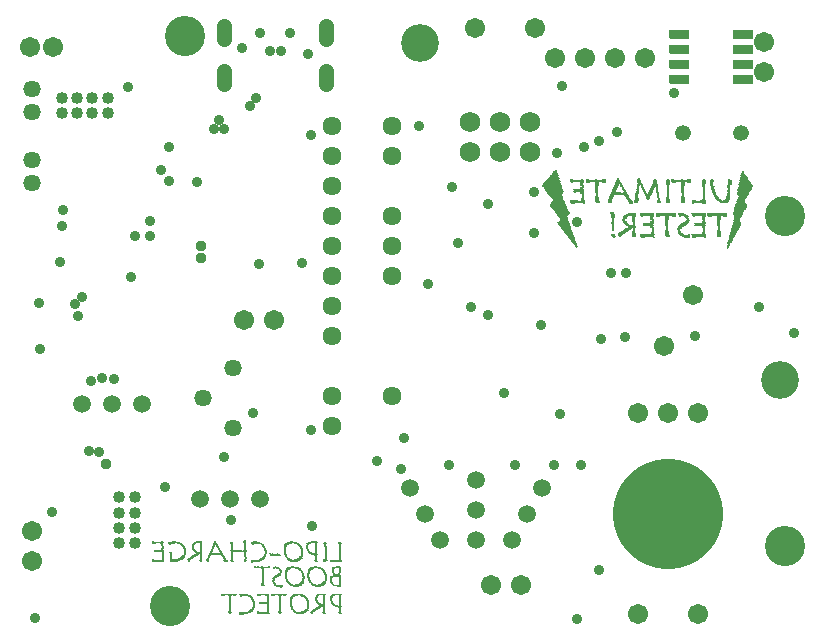
<source format=gbr>
G04 EAGLE Gerber RS-274X export*
G75*
%MOMM*%
%FSLAX34Y34*%
%LPD*%
%INSoldermask Bottom*%
%IPPOS*%
%AMOC8*
5,1,8,0,0,1.08239X$1,22.5*%
G01*
%ADD10C,3.403200*%
%ADD11R,0.228600X0.025400*%
%ADD12R,0.152400X0.025400*%
%ADD13R,0.330200X0.025400*%
%ADD14R,0.381000X0.025400*%
%ADD15R,0.431800X0.025400*%
%ADD16R,0.533400X0.025400*%
%ADD17R,0.482600X0.025400*%
%ADD18R,0.127000X0.025400*%
%ADD19R,0.101600X0.025400*%
%ADD20R,0.304800X0.025400*%
%ADD21R,0.660400X0.025400*%
%ADD22R,0.457200X0.025400*%
%ADD23R,0.635000X0.025400*%
%ADD24R,0.254000X0.025400*%
%ADD25R,0.203200X0.025400*%
%ADD26R,0.990600X0.025400*%
%ADD27R,0.762000X0.025400*%
%ADD28R,0.558800X0.025400*%
%ADD29R,0.736600X0.025400*%
%ADD30R,0.355600X0.025400*%
%ADD31R,0.812800X0.025400*%
%ADD32R,0.863600X0.025400*%
%ADD33R,0.508000X0.025400*%
%ADD34R,0.177800X0.025400*%
%ADD35R,0.939800X0.025400*%
%ADD36R,0.279400X0.025400*%
%ADD37R,0.406400X0.025400*%
%ADD38R,0.076200X0.025400*%
%ADD39R,0.787400X0.025400*%
%ADD40R,0.685800X0.025400*%
%ADD41R,0.584200X0.025400*%
%ADD42R,1.346200X0.025400*%
%ADD43R,1.016000X0.025400*%
%ADD44R,1.371600X0.025400*%
%ADD45R,0.711200X0.025400*%
%ADD46R,0.050800X0.025400*%
%ADD47R,0.965200X0.025400*%
%ADD48R,0.914400X0.025400*%
%ADD49R,0.889000X0.025400*%
%ADD50R,1.168400X0.025400*%
%ADD51R,0.609600X0.025400*%
%ADD52R,1.193800X0.025400*%
%ADD53R,0.838200X0.025400*%
%ADD54R,1.676400X0.025400*%
%ADD55R,1.651000X0.025400*%
%ADD56R,1.041400X0.025400*%
%ADD57R,1.092200X0.025400*%
%ADD58R,1.117600X0.025400*%
%ADD59R,1.143000X0.025400*%
%ADD60R,1.219200X0.025400*%
%ADD61R,1.244600X0.025400*%
%ADD62R,1.270000X0.025400*%
%ADD63R,1.295400X0.025400*%
%ADD64R,1.320800X0.025400*%
%ADD65R,1.066800X0.025400*%
%ADD66R,1.422400X0.025400*%
%ADD67R,1.397000X0.025400*%
%ADD68R,1.447800X0.025400*%
%ADD69R,1.473200X0.025400*%
%ADD70R,1.498600X0.025400*%
%ADD71R,1.524000X0.025400*%
%ADD72R,1.549400X0.025400*%
%ADD73R,1.574800X0.025400*%
%ADD74R,1.600200X0.025400*%
%ADD75R,1.625600X0.025400*%
%ADD76C,1.711200*%
%ADD77C,1.011200*%
%ADD78C,1.461200*%
%ADD79C,1.611200*%
%ADD80C,1.311200*%
%ADD81C,1.511200*%
%ADD82C,3.203200*%
%ADD83C,1.341200*%
%ADD84C,1.727200*%
%ADD85C,9.347200*%
%ADD86C,0.909600*%
%ADD87C,0.959600*%

G36*
X578872Y505525D02*
X578872Y505525D01*
X578876Y505522D01*
X579067Y505560D01*
X579076Y505570D01*
X579085Y505567D01*
X579247Y505676D01*
X579251Y505689D01*
X579261Y505689D01*
X579369Y505851D01*
X579368Y505865D01*
X579376Y505869D01*
X579414Y506060D01*
X579411Y506067D01*
X579415Y506070D01*
X579415Y512470D01*
X579411Y512476D01*
X579414Y512480D01*
X579376Y512671D01*
X579366Y512680D01*
X579369Y512689D01*
X579261Y512851D01*
X579247Y512855D01*
X579247Y512865D01*
X579085Y512973D01*
X579071Y512972D01*
X579067Y512980D01*
X578876Y513018D01*
X578869Y513015D01*
X578866Y513019D01*
X562966Y513019D01*
X562960Y513015D01*
X562956Y513018D01*
X562765Y512980D01*
X562756Y512970D01*
X562747Y512973D01*
X562585Y512865D01*
X562581Y512851D01*
X562572Y512851D01*
X562463Y512689D01*
X562464Y512680D01*
X562457Y512675D01*
X562459Y512673D01*
X562456Y512671D01*
X562418Y512480D01*
X562421Y512473D01*
X562417Y512470D01*
X562417Y506070D01*
X562421Y506064D01*
X562418Y506060D01*
X562456Y505869D01*
X562466Y505860D01*
X562463Y505851D01*
X562572Y505689D01*
X562585Y505685D01*
X562585Y505676D01*
X562747Y505567D01*
X562761Y505568D01*
X562765Y505560D01*
X562956Y505522D01*
X562963Y505525D01*
X562966Y505521D01*
X578866Y505521D01*
X578872Y505525D01*
G37*
G36*
X632872Y505525D02*
X632872Y505525D01*
X632876Y505522D01*
X633067Y505560D01*
X633076Y505570D01*
X633085Y505567D01*
X633247Y505676D01*
X633251Y505689D01*
X633261Y505689D01*
X633369Y505851D01*
X633368Y505865D01*
X633376Y505869D01*
X633414Y506060D01*
X633411Y506067D01*
X633415Y506070D01*
X633415Y512470D01*
X633411Y512476D01*
X633414Y512480D01*
X633376Y512671D01*
X633366Y512680D01*
X633369Y512689D01*
X633261Y512851D01*
X633247Y512855D01*
X633247Y512865D01*
X633085Y512973D01*
X633071Y512972D01*
X633067Y512980D01*
X632876Y513018D01*
X632869Y513015D01*
X632866Y513019D01*
X616966Y513019D01*
X616960Y513015D01*
X616956Y513018D01*
X616765Y512980D01*
X616756Y512970D01*
X616747Y512973D01*
X616585Y512865D01*
X616581Y512851D01*
X616572Y512851D01*
X616463Y512689D01*
X616464Y512680D01*
X616457Y512675D01*
X616459Y512673D01*
X616456Y512671D01*
X616418Y512480D01*
X616421Y512473D01*
X616417Y512470D01*
X616417Y506070D01*
X616421Y506064D01*
X616418Y506060D01*
X616456Y505869D01*
X616466Y505860D01*
X616463Y505851D01*
X616572Y505689D01*
X616585Y505685D01*
X616585Y505676D01*
X616747Y505567D01*
X616761Y505568D01*
X616765Y505560D01*
X616956Y505522D01*
X616963Y505525D01*
X616966Y505521D01*
X632866Y505521D01*
X632872Y505525D01*
G37*
G36*
X578872Y492825D02*
X578872Y492825D01*
X578876Y492822D01*
X579067Y492860D01*
X579076Y492870D01*
X579085Y492867D01*
X579247Y492976D01*
X579251Y492989D01*
X579261Y492989D01*
X579369Y493151D01*
X579368Y493165D01*
X579376Y493169D01*
X579414Y493360D01*
X579411Y493367D01*
X579415Y493370D01*
X579415Y499770D01*
X579411Y499776D01*
X579414Y499780D01*
X579376Y499971D01*
X579366Y499980D01*
X579369Y499989D01*
X579261Y500151D01*
X579247Y500155D01*
X579247Y500165D01*
X579085Y500273D01*
X579071Y500272D01*
X579067Y500280D01*
X578876Y500318D01*
X578869Y500315D01*
X578866Y500319D01*
X562966Y500319D01*
X562960Y500315D01*
X562956Y500318D01*
X562765Y500280D01*
X562756Y500270D01*
X562747Y500273D01*
X562585Y500165D01*
X562581Y500151D01*
X562572Y500151D01*
X562463Y499989D01*
X562464Y499980D01*
X562457Y499975D01*
X562459Y499973D01*
X562456Y499971D01*
X562418Y499780D01*
X562421Y499773D01*
X562417Y499770D01*
X562417Y493370D01*
X562421Y493364D01*
X562418Y493360D01*
X562456Y493169D01*
X562466Y493160D01*
X562463Y493151D01*
X562572Y492989D01*
X562585Y492985D01*
X562585Y492976D01*
X562747Y492867D01*
X562761Y492868D01*
X562765Y492860D01*
X562956Y492822D01*
X562963Y492825D01*
X562966Y492821D01*
X578866Y492821D01*
X578872Y492825D01*
G37*
G36*
X632872Y492825D02*
X632872Y492825D01*
X632876Y492822D01*
X633067Y492860D01*
X633076Y492870D01*
X633085Y492867D01*
X633247Y492976D01*
X633251Y492989D01*
X633261Y492989D01*
X633369Y493151D01*
X633368Y493165D01*
X633376Y493169D01*
X633414Y493360D01*
X633411Y493367D01*
X633415Y493370D01*
X633415Y499770D01*
X633411Y499776D01*
X633414Y499780D01*
X633376Y499971D01*
X633366Y499980D01*
X633369Y499989D01*
X633261Y500151D01*
X633247Y500155D01*
X633247Y500165D01*
X633085Y500273D01*
X633071Y500272D01*
X633067Y500280D01*
X632876Y500318D01*
X632869Y500315D01*
X632866Y500319D01*
X616966Y500319D01*
X616960Y500315D01*
X616956Y500318D01*
X616765Y500280D01*
X616756Y500270D01*
X616747Y500273D01*
X616585Y500165D01*
X616581Y500151D01*
X616572Y500151D01*
X616463Y499989D01*
X616464Y499980D01*
X616457Y499975D01*
X616459Y499973D01*
X616456Y499971D01*
X616418Y499780D01*
X616421Y499773D01*
X616417Y499770D01*
X616417Y493370D01*
X616421Y493364D01*
X616418Y493360D01*
X616456Y493169D01*
X616466Y493160D01*
X616463Y493151D01*
X616572Y492989D01*
X616585Y492985D01*
X616585Y492976D01*
X616747Y492867D01*
X616761Y492868D01*
X616765Y492860D01*
X616956Y492822D01*
X616963Y492825D01*
X616966Y492821D01*
X632866Y492821D01*
X632872Y492825D01*
G37*
G36*
X578872Y480125D02*
X578872Y480125D01*
X578876Y480122D01*
X579067Y480160D01*
X579076Y480170D01*
X579085Y480167D01*
X579247Y480276D01*
X579251Y480289D01*
X579261Y480289D01*
X579369Y480451D01*
X579368Y480465D01*
X579376Y480469D01*
X579414Y480660D01*
X579411Y480667D01*
X579415Y480670D01*
X579415Y487070D01*
X579411Y487076D01*
X579414Y487080D01*
X579376Y487271D01*
X579366Y487280D01*
X579369Y487289D01*
X579261Y487451D01*
X579247Y487455D01*
X579247Y487465D01*
X579085Y487573D01*
X579071Y487572D01*
X579067Y487580D01*
X578876Y487618D01*
X578869Y487615D01*
X578866Y487619D01*
X562966Y487619D01*
X562960Y487615D01*
X562956Y487618D01*
X562765Y487580D01*
X562756Y487570D01*
X562747Y487573D01*
X562585Y487465D01*
X562581Y487451D01*
X562572Y487451D01*
X562463Y487289D01*
X562464Y487280D01*
X562457Y487275D01*
X562459Y487273D01*
X562456Y487271D01*
X562418Y487080D01*
X562421Y487073D01*
X562417Y487070D01*
X562417Y480670D01*
X562421Y480664D01*
X562418Y480660D01*
X562456Y480469D01*
X562466Y480460D01*
X562463Y480451D01*
X562572Y480289D01*
X562585Y480285D01*
X562585Y480276D01*
X562747Y480167D01*
X562761Y480168D01*
X562765Y480160D01*
X562956Y480122D01*
X562963Y480125D01*
X562966Y480121D01*
X578866Y480121D01*
X578872Y480125D01*
G37*
G36*
X632872Y480125D02*
X632872Y480125D01*
X632876Y480122D01*
X633067Y480160D01*
X633076Y480170D01*
X633085Y480167D01*
X633247Y480276D01*
X633251Y480289D01*
X633261Y480289D01*
X633369Y480451D01*
X633368Y480465D01*
X633376Y480469D01*
X633414Y480660D01*
X633411Y480667D01*
X633415Y480670D01*
X633415Y487070D01*
X633411Y487076D01*
X633414Y487080D01*
X633376Y487271D01*
X633366Y487280D01*
X633369Y487289D01*
X633261Y487451D01*
X633247Y487455D01*
X633247Y487465D01*
X633085Y487573D01*
X633071Y487572D01*
X633067Y487580D01*
X632876Y487618D01*
X632869Y487615D01*
X632866Y487619D01*
X616966Y487619D01*
X616960Y487615D01*
X616956Y487618D01*
X616765Y487580D01*
X616756Y487570D01*
X616747Y487573D01*
X616585Y487465D01*
X616581Y487451D01*
X616572Y487451D01*
X616463Y487289D01*
X616464Y487280D01*
X616457Y487275D01*
X616459Y487273D01*
X616456Y487271D01*
X616418Y487080D01*
X616421Y487073D01*
X616417Y487070D01*
X616417Y480670D01*
X616421Y480664D01*
X616418Y480660D01*
X616456Y480469D01*
X616466Y480460D01*
X616463Y480451D01*
X616572Y480289D01*
X616585Y480285D01*
X616585Y480276D01*
X616747Y480167D01*
X616761Y480168D01*
X616765Y480160D01*
X616956Y480122D01*
X616963Y480125D01*
X616966Y480121D01*
X632866Y480121D01*
X632872Y480125D01*
G37*
G36*
X632872Y467425D02*
X632872Y467425D01*
X632876Y467422D01*
X633067Y467460D01*
X633076Y467470D01*
X633085Y467467D01*
X633247Y467576D01*
X633251Y467589D01*
X633261Y467589D01*
X633369Y467751D01*
X633368Y467765D01*
X633376Y467769D01*
X633414Y467960D01*
X633411Y467967D01*
X633415Y467970D01*
X633415Y474370D01*
X633411Y474376D01*
X633414Y474380D01*
X633376Y474571D01*
X633366Y474580D01*
X633369Y474589D01*
X633261Y474751D01*
X633247Y474755D01*
X633247Y474765D01*
X633085Y474873D01*
X633071Y474872D01*
X633067Y474880D01*
X632876Y474918D01*
X632869Y474915D01*
X632866Y474919D01*
X616966Y474919D01*
X616960Y474915D01*
X616956Y474918D01*
X616765Y474880D01*
X616756Y474870D01*
X616747Y474873D01*
X616585Y474765D01*
X616581Y474751D01*
X616572Y474751D01*
X616463Y474589D01*
X616464Y474580D01*
X616457Y474575D01*
X616459Y474573D01*
X616456Y474571D01*
X616418Y474380D01*
X616421Y474373D01*
X616417Y474370D01*
X616417Y467970D01*
X616421Y467964D01*
X616418Y467960D01*
X616456Y467769D01*
X616466Y467760D01*
X616463Y467751D01*
X616572Y467589D01*
X616585Y467585D01*
X616585Y467576D01*
X616747Y467467D01*
X616761Y467468D01*
X616765Y467460D01*
X616956Y467422D01*
X616963Y467425D01*
X616966Y467421D01*
X632866Y467421D01*
X632872Y467425D01*
G37*
G36*
X578872Y467425D02*
X578872Y467425D01*
X578876Y467422D01*
X579067Y467460D01*
X579076Y467470D01*
X579085Y467467D01*
X579247Y467576D01*
X579251Y467589D01*
X579261Y467589D01*
X579369Y467751D01*
X579368Y467765D01*
X579376Y467769D01*
X579414Y467960D01*
X579411Y467967D01*
X579415Y467970D01*
X579415Y474370D01*
X579411Y474376D01*
X579414Y474380D01*
X579376Y474571D01*
X579366Y474580D01*
X579369Y474589D01*
X579261Y474751D01*
X579247Y474755D01*
X579247Y474765D01*
X579085Y474873D01*
X579071Y474872D01*
X579067Y474880D01*
X578876Y474918D01*
X578869Y474915D01*
X578866Y474919D01*
X562966Y474919D01*
X562960Y474915D01*
X562956Y474918D01*
X562765Y474880D01*
X562756Y474870D01*
X562747Y474873D01*
X562585Y474765D01*
X562581Y474751D01*
X562572Y474751D01*
X562463Y474589D01*
X562464Y474580D01*
X562457Y474575D01*
X562459Y474573D01*
X562456Y474571D01*
X562418Y474380D01*
X562421Y474373D01*
X562417Y474370D01*
X562417Y467970D01*
X562421Y467964D01*
X562418Y467960D01*
X562456Y467769D01*
X562466Y467760D01*
X562463Y467751D01*
X562572Y467589D01*
X562585Y467585D01*
X562585Y467576D01*
X562747Y467467D01*
X562761Y467468D01*
X562765Y467460D01*
X562956Y467422D01*
X562963Y467425D01*
X562966Y467421D01*
X578866Y467421D01*
X578872Y467425D01*
G37*
D10*
X152400Y508000D03*
X139700Y25400D03*
X660400Y76200D03*
X660400Y355600D03*
D11*
X233172Y40640D03*
D12*
X199263Y17526D03*
D13*
X232918Y40894D03*
D14*
X200406Y17780D03*
D15*
X232410Y41148D03*
D16*
X201168Y18034D03*
D13*
X282702Y41402D03*
D15*
X264922Y41402D03*
X245872Y41402D03*
D17*
X232156Y41402D03*
D18*
X284226Y18288D03*
D19*
X270637Y18288D03*
D15*
X249936Y18288D03*
D19*
X223139Y18288D03*
D20*
X215265Y18288D03*
D21*
X201803Y18288D03*
D22*
X282067Y41656D03*
D23*
X264922Y41656D03*
X245872Y41656D03*
D16*
X231902Y41656D03*
D19*
X218313Y41656D03*
D24*
X284099Y18542D03*
D25*
X270383Y18542D03*
D19*
X260223Y18542D03*
D23*
X249936Y18542D03*
D19*
X232791Y18542D03*
D26*
X218694Y18542D03*
D27*
X202311Y18542D03*
D19*
X190373Y18542D03*
D28*
X281559Y41910D03*
D29*
X264668Y41910D03*
X245618Y41910D03*
D12*
X233807Y41910D03*
D30*
X230505Y41910D03*
D11*
X218694Y41910D03*
D24*
X283845Y18796D03*
D11*
X270256Y18796D03*
D12*
X260223Y18796D03*
D29*
X249682Y18796D03*
D11*
X233172Y18796D03*
D26*
X218694Y18796D03*
D31*
X202565Y18796D03*
D11*
X190754Y18796D03*
X283210Y42164D03*
D25*
X279019Y42164D03*
D32*
X264795Y42164D03*
X245745Y42164D03*
D19*
X234061Y42164D03*
D24*
X229743Y42164D03*
X218567Y42164D03*
D11*
X283718Y19050D03*
D24*
X270383Y19050D03*
D25*
X260223Y19050D03*
D32*
X249809Y19050D03*
D24*
X233045Y19050D03*
D26*
X218694Y19050D03*
D33*
X204851Y19050D03*
D11*
X199644Y19050D03*
D24*
X190627Y19050D03*
D25*
X283337Y42418D03*
D34*
X278384Y42418D03*
D35*
X264922Y42418D03*
X245872Y42418D03*
D11*
X229108Y42418D03*
D36*
X218440Y42418D03*
D11*
X283718Y19304D03*
D24*
X270383Y19304D03*
D25*
X260223Y19304D03*
D35*
X249936Y19304D03*
D36*
X232918Y19304D03*
D11*
X222504Y19304D03*
D28*
X216535Y19304D03*
D37*
X205867Y19304D03*
D38*
X199136Y19304D03*
D36*
X190500Y19304D03*
D25*
X283337Y42672D03*
D34*
X277876Y42672D03*
D33*
X267335Y42672D03*
D30*
X261493Y42672D03*
D33*
X248285Y42672D03*
D30*
X242443Y42672D03*
D25*
X228727Y42672D03*
D24*
X218567Y42672D03*
D11*
X283718Y19558D03*
D25*
X270383Y19558D03*
D24*
X260223Y19558D03*
D33*
X252349Y19558D03*
D30*
X246507Y19558D03*
D24*
X233045Y19558D03*
D25*
X222631Y19558D03*
D11*
X214630Y19558D03*
D30*
X206375Y19558D03*
D24*
X190627Y19558D03*
D25*
X283337Y42926D03*
D34*
X277622Y42926D03*
D15*
X268224Y42926D03*
D24*
X260731Y42926D03*
D15*
X249174Y42926D03*
D24*
X241681Y42926D03*
D25*
X228473Y42926D03*
D24*
X218567Y42926D03*
D11*
X283718Y19812D03*
D25*
X270383Y19812D03*
D36*
X260350Y19812D03*
D15*
X253238Y19812D03*
D24*
X245745Y19812D03*
X233045Y19812D03*
D25*
X222631Y19812D03*
D19*
X213995Y19812D03*
D13*
X207010Y19812D03*
D24*
X190627Y19812D03*
D25*
X283337Y43180D03*
D34*
X277368Y43180D03*
D14*
X268732Y43180D03*
D11*
X260350Y43180D03*
D14*
X249682Y43180D03*
D11*
X241300Y43180D03*
D34*
X228092Y43180D03*
D24*
X218567Y43180D03*
D11*
X283718Y20066D03*
D34*
X270256Y20066D03*
D20*
X260477Y20066D03*
D14*
X253746Y20066D03*
D11*
X245364Y20066D03*
D24*
X233045Y20066D03*
D25*
X222631Y20066D03*
D20*
X207391Y20066D03*
D24*
X190627Y20066D03*
D25*
X283337Y43434D03*
D34*
X277114Y43434D03*
D13*
X269240Y43434D03*
D11*
X260096Y43434D03*
D13*
X250190Y43434D03*
D11*
X241046Y43434D03*
D34*
X228092Y43434D03*
D24*
X218567Y43434D03*
D11*
X283718Y20320D03*
D34*
X270256Y20320D03*
D13*
X260604Y20320D03*
X254254Y20320D03*
D11*
X245110Y20320D03*
D24*
X233045Y20320D03*
D25*
X222631Y20320D03*
D36*
X207772Y20320D03*
D24*
X190627Y20320D03*
D25*
X283337Y43688D03*
D34*
X276860Y43688D03*
D20*
X269621Y43688D03*
D25*
X259715Y43688D03*
D20*
X250571Y43688D03*
D25*
X240665Y43688D03*
D34*
X227838Y43688D03*
D25*
X218567Y43688D03*
X283591Y20574D03*
D34*
X270256Y20574D03*
D36*
X261112Y20574D03*
D20*
X254635Y20574D03*
D25*
X244729Y20574D03*
X233045Y20574D03*
X222631Y20574D03*
D20*
X208153Y20574D03*
D25*
X190627Y20574D03*
X283337Y43942D03*
D34*
X276606Y43942D03*
D36*
X270002Y43942D03*
D25*
X259461Y43942D03*
D36*
X250952Y43942D03*
D25*
X240411Y43942D03*
D12*
X227711Y43942D03*
D25*
X218567Y43942D03*
X283591Y20828D03*
D34*
X270256Y20828D03*
D20*
X261493Y20828D03*
D36*
X255016Y20828D03*
D25*
X244475Y20828D03*
X233045Y20828D03*
D34*
X222504Y20828D03*
D36*
X208534Y20828D03*
D25*
X190627Y20828D03*
D34*
X283210Y44196D03*
X276352Y44196D03*
D36*
X270256Y44196D03*
D25*
X259207Y44196D03*
D36*
X251206Y44196D03*
D25*
X240157Y44196D03*
D34*
X227584Y44196D03*
D25*
X218567Y44196D03*
X283591Y21082D03*
D34*
X270256Y21082D03*
D36*
X261874Y21082D03*
X255270Y21082D03*
D25*
X244221Y21082D03*
X233045Y21082D03*
D34*
X222504Y21082D03*
D24*
X208661Y21082D03*
D25*
X190627Y21082D03*
D34*
X283210Y44450D03*
X276352Y44450D03*
D24*
X270383Y44450D03*
D25*
X258953Y44450D03*
D24*
X251333Y44450D03*
D25*
X239903Y44450D03*
D12*
X227457Y44450D03*
D25*
X218567Y44450D03*
X283591Y21336D03*
D34*
X270256Y21336D03*
D20*
X262255Y21336D03*
D24*
X255397Y21336D03*
D25*
X243967Y21336D03*
X233045Y21336D03*
D34*
X222504Y21336D03*
D24*
X208915Y21336D03*
D25*
X190627Y21336D03*
D34*
X283210Y44704D03*
X276098Y44704D03*
D24*
X270637Y44704D03*
D25*
X258699Y44704D03*
D24*
X251587Y44704D03*
D25*
X239649Y44704D03*
D34*
X227330Y44704D03*
D25*
X218567Y44704D03*
D34*
X283718Y21590D03*
X270256Y21590D03*
D20*
X262763Y21590D03*
D24*
X255651Y21590D03*
D25*
X243713Y21590D03*
X233045Y21590D03*
D34*
X222504Y21590D03*
D24*
X209169Y21590D03*
D25*
X190627Y21590D03*
D34*
X283210Y44958D03*
X276098Y44958D03*
D24*
X270637Y44958D03*
D12*
X258445Y44958D03*
D24*
X251587Y44958D03*
D12*
X239395Y44958D03*
D34*
X227330Y44958D03*
D25*
X218567Y44958D03*
D34*
X283718Y21844D03*
X270256Y21844D03*
D20*
X263017Y21844D03*
D24*
X255651Y21844D03*
D12*
X243459Y21844D03*
D25*
X233045Y21844D03*
D34*
X222504Y21844D03*
D24*
X209423Y21844D03*
D25*
X190627Y21844D03*
D34*
X283210Y45212D03*
D12*
X275971Y45212D03*
D24*
X270891Y45212D03*
D12*
X258191Y45212D03*
D24*
X251841Y45212D03*
D12*
X239141Y45212D03*
X227203Y45212D03*
D34*
X218440Y45212D03*
X283718Y22098D03*
D12*
X270129Y22098D03*
D20*
X263525Y22098D03*
D24*
X255905Y22098D03*
D12*
X243205Y22098D03*
D34*
X232918Y22098D03*
X222504Y22098D03*
D11*
X209550Y22098D03*
D34*
X190500Y22098D03*
X283210Y45466D03*
X275844Y45466D03*
D11*
X271018Y45466D03*
D12*
X258191Y45466D03*
D11*
X251968Y45466D03*
D12*
X239141Y45466D03*
X227203Y45466D03*
D34*
X218440Y45466D03*
X283718Y22352D03*
D12*
X270129Y22352D03*
D36*
X263906Y22352D03*
D11*
X256032Y22352D03*
D12*
X243205Y22352D03*
D34*
X232918Y22352D03*
X222504Y22352D03*
D11*
X209804Y22352D03*
D34*
X190500Y22352D03*
X283210Y45720D03*
X275844Y45720D03*
D25*
X271145Y45720D03*
D34*
X258064Y45720D03*
D25*
X252095Y45720D03*
D34*
X239014Y45720D03*
D12*
X227203Y45720D03*
D34*
X218440Y45720D03*
X283718Y22606D03*
D12*
X270129Y22606D03*
D20*
X264287Y22606D03*
D25*
X256159Y22606D03*
D34*
X243078Y22606D03*
X232918Y22606D03*
D12*
X222631Y22606D03*
D11*
X209804Y22606D03*
D34*
X190500Y22606D03*
X283210Y45974D03*
X275844Y45974D03*
D11*
X271272Y45974D03*
D12*
X257937Y45974D03*
D11*
X252222Y45974D03*
D12*
X238887Y45974D03*
X227203Y45974D03*
D34*
X218440Y45974D03*
X283718Y22860D03*
D12*
X270129Y22860D03*
D36*
X264668Y22860D03*
D11*
X256286Y22860D03*
D12*
X242951Y22860D03*
D34*
X232918Y22860D03*
D12*
X222631Y22860D03*
D11*
X210058Y22860D03*
D34*
X190500Y22860D03*
X283210Y46228D03*
X275844Y46228D03*
D25*
X271399Y46228D03*
D34*
X257810Y46228D03*
D25*
X252349Y46228D03*
D34*
X238760Y46228D03*
D12*
X227203Y46228D03*
D34*
X218440Y46228D03*
D25*
X283591Y23114D03*
D12*
X270129Y23114D03*
D20*
X265049Y23114D03*
D25*
X256413Y23114D03*
D34*
X242824Y23114D03*
X232918Y23114D03*
D12*
X222631Y23114D03*
D11*
X210058Y23114D03*
D34*
X190500Y23114D03*
X283210Y46482D03*
X275844Y46482D03*
D25*
X271399Y46482D03*
D12*
X257683Y46482D03*
D25*
X252349Y46482D03*
D12*
X238633Y46482D03*
D34*
X227330Y46482D03*
X218440Y46482D03*
D11*
X283718Y23368D03*
D12*
X270129Y23368D03*
D36*
X265430Y23368D03*
D25*
X256413Y23368D03*
D12*
X242697Y23368D03*
D34*
X232918Y23368D03*
D12*
X222631Y23368D03*
D25*
X210185Y23368D03*
D34*
X190500Y23368D03*
X283210Y46736D03*
X275844Y46736D03*
X271526Y46736D03*
X257556Y46736D03*
X252476Y46736D03*
X238506Y46736D03*
X227330Y46736D03*
X218440Y46736D03*
D24*
X283591Y23622D03*
D12*
X270129Y23622D03*
D20*
X265811Y23622D03*
D34*
X256540Y23622D03*
X242570Y23622D03*
X232918Y23622D03*
D12*
X222631Y23622D03*
D11*
X210312Y23622D03*
D34*
X190500Y23622D03*
X283210Y46990D03*
X275844Y46990D03*
X271526Y46990D03*
X257556Y46990D03*
X252476Y46990D03*
X238506Y46990D03*
X227330Y46990D03*
X218440Y46990D03*
D30*
X283083Y23876D03*
D12*
X270129Y23876D03*
D36*
X266192Y23876D03*
D34*
X256540Y23876D03*
X242570Y23876D03*
X232918Y23876D03*
D12*
X222631Y23876D03*
D25*
X210439Y23876D03*
D34*
X190500Y23876D03*
X283210Y47244D03*
X275844Y47244D03*
X271526Y47244D03*
X257302Y47244D03*
X252476Y47244D03*
X238252Y47244D03*
D25*
X227457Y47244D03*
D34*
X218440Y47244D03*
D22*
X282575Y24130D03*
D34*
X270256Y24130D03*
D20*
X266573Y24130D03*
D34*
X256540Y24130D03*
X242316Y24130D03*
X232918Y24130D03*
D12*
X222631Y24130D03*
D25*
X210439Y24130D03*
D34*
X190500Y24130D03*
X283210Y47498D03*
X275844Y47498D03*
X271526Y47498D03*
X257302Y47498D03*
X252476Y47498D03*
X238252Y47498D03*
D25*
X227457Y47498D03*
D12*
X218567Y47498D03*
D33*
X282067Y24384D03*
D34*
X270256Y24384D03*
D36*
X266954Y24384D03*
D34*
X256540Y24384D03*
X242316Y24384D03*
D12*
X233045Y24384D03*
X222631Y24384D03*
D25*
X210439Y24384D03*
D12*
X190627Y24384D03*
D34*
X283210Y47752D03*
D25*
X275971Y47752D03*
D34*
X271526Y47752D03*
D25*
X257175Y47752D03*
D34*
X252476Y47752D03*
D25*
X238125Y47752D03*
D11*
X227584Y47752D03*
D34*
X218440Y47752D03*
D28*
X281813Y24638D03*
D34*
X270256Y24638D03*
D20*
X267335Y24638D03*
D34*
X256540Y24638D03*
D25*
X242189Y24638D03*
D34*
X232918Y24638D03*
D12*
X222631Y24638D03*
D25*
X210693Y24638D03*
D34*
X190500Y24638D03*
X283210Y48006D03*
D25*
X275971Y48006D03*
D34*
X271780Y48006D03*
X257048Y48006D03*
X252730Y48006D03*
X237998Y48006D03*
D11*
X227838Y48006D03*
D34*
X218440Y48006D03*
D25*
X283591Y24892D03*
D20*
X280035Y24892D03*
D34*
X270256Y24892D03*
D36*
X267716Y24892D03*
D34*
X256794Y24892D03*
X242062Y24892D03*
X232918Y24892D03*
D12*
X222631Y24892D03*
D25*
X210693Y24892D03*
D34*
X190500Y24892D03*
X283210Y48260D03*
D25*
X276225Y48260D03*
D34*
X271780Y48260D03*
X257048Y48260D03*
X252730Y48260D03*
X237998Y48260D03*
D24*
X227965Y48260D03*
D34*
X218440Y48260D03*
X283718Y25146D03*
D36*
X279400Y25146D03*
D34*
X270256Y25146D03*
D24*
X267843Y25146D03*
D34*
X256794Y25146D03*
X242062Y25146D03*
X232918Y25146D03*
X222504Y25146D03*
D25*
X210693Y25146D03*
D34*
X190500Y25146D03*
X283210Y48514D03*
D11*
X276352Y48514D03*
D34*
X271780Y48514D03*
D25*
X256921Y48514D03*
D34*
X252730Y48514D03*
D25*
X237871Y48514D03*
D24*
X228219Y48514D03*
D34*
X218440Y48514D03*
X283718Y25400D03*
D24*
X279019Y25400D03*
D34*
X270256Y25400D03*
D24*
X267843Y25400D03*
D34*
X256794Y25400D03*
D25*
X241935Y25400D03*
D34*
X232918Y25400D03*
X222504Y25400D03*
D25*
X210693Y25400D03*
D34*
X190500Y25400D03*
X283210Y48768D03*
D11*
X276606Y48768D03*
D34*
X271780Y48768D03*
X256794Y48768D03*
X252730Y48768D03*
X237744Y48768D03*
D36*
X228600Y48768D03*
D34*
X218440Y48768D03*
X283718Y25654D03*
D11*
X278638Y25654D03*
D34*
X270256Y25654D03*
D24*
X267843Y25654D03*
D34*
X256794Y25654D03*
X241808Y25654D03*
X232918Y25654D03*
X222504Y25654D03*
D25*
X210693Y25654D03*
D34*
X190500Y25654D03*
X283210Y49022D03*
D24*
X276733Y49022D03*
D34*
X271780Y49022D03*
X256794Y49022D03*
X252730Y49022D03*
X237744Y49022D03*
D20*
X228727Y49022D03*
D34*
X218440Y49022D03*
X283718Y25908D03*
D25*
X278257Y25908D03*
D34*
X270256Y25908D03*
D36*
X267462Y25908D03*
D34*
X256794Y25908D03*
X241808Y25908D03*
X232918Y25908D03*
X222504Y25908D03*
D25*
X210693Y25908D03*
D34*
X190500Y25908D03*
X283210Y49276D03*
D24*
X276987Y49276D03*
D34*
X271780Y49276D03*
X256794Y49276D03*
X252730Y49276D03*
X237744Y49276D03*
D20*
X228981Y49276D03*
D34*
X218440Y49276D03*
X283718Y26162D03*
D25*
X278003Y26162D03*
D34*
X270256Y26162D03*
D24*
X266827Y26162D03*
D34*
X256794Y26162D03*
X241808Y26162D03*
X232918Y26162D03*
X222504Y26162D03*
D25*
X210693Y26162D03*
D34*
X190500Y26162D03*
D25*
X283083Y49530D03*
D36*
X277368Y49530D03*
D12*
X271653Y49530D03*
D34*
X256794Y49530D03*
D12*
X252603Y49530D03*
D34*
X237744Y49530D03*
D13*
X229362Y49530D03*
D34*
X218440Y49530D03*
X283718Y26416D03*
D25*
X277749Y26416D03*
D34*
X270256Y26416D03*
D24*
X266319Y26416D03*
D12*
X256667Y26416D03*
D34*
X241808Y26416D03*
X232918Y26416D03*
D25*
X222377Y26416D03*
X210693Y26416D03*
D34*
X190500Y26416D03*
D25*
X283083Y49784D03*
D20*
X277749Y49784D03*
D34*
X271526Y49784D03*
D25*
X256667Y49784D03*
D34*
X252476Y49784D03*
D25*
X237617Y49784D03*
D30*
X229743Y49784D03*
D34*
X218440Y49784D03*
X283718Y26670D03*
D25*
X277495Y26670D03*
D34*
X270256Y26670D03*
D11*
X265938Y26670D03*
D34*
X256540Y26670D03*
D25*
X241681Y26670D03*
D34*
X232918Y26670D03*
D11*
X222250Y26670D03*
D34*
X216662Y26670D03*
X210566Y26670D03*
X190500Y26670D03*
D11*
X282956Y50038D03*
D17*
X279146Y50038D03*
D34*
X271526Y50038D03*
D25*
X256667Y50038D03*
D34*
X252476Y50038D03*
D25*
X237617Y50038D03*
D30*
X229997Y50038D03*
D34*
X218440Y50038D03*
X283718Y26924D03*
X277368Y26924D03*
X270256Y26924D03*
D11*
X265430Y26924D03*
D34*
X256540Y26924D03*
D25*
X241681Y26924D03*
D34*
X232918Y26924D03*
D39*
X219456Y26924D03*
D34*
X210566Y26924D03*
X190500Y26924D03*
D40*
X280670Y50292D03*
D34*
X271526Y50292D03*
D25*
X256667Y50292D03*
D34*
X252476Y50292D03*
D25*
X237617Y50292D03*
D14*
X230378Y50292D03*
D34*
X218440Y50292D03*
X283718Y27178D03*
X277114Y27178D03*
X270256Y27178D03*
D25*
X265049Y27178D03*
D34*
X256540Y27178D03*
D25*
X241681Y27178D03*
D34*
X232918Y27178D03*
D39*
X219456Y27178D03*
D34*
X210566Y27178D03*
X190500Y27178D03*
D23*
X280924Y50546D03*
D34*
X271526Y50546D03*
D25*
X256667Y50546D03*
D34*
X252476Y50546D03*
D25*
X237617Y50546D03*
D20*
X231013Y50546D03*
D34*
X218440Y50546D03*
X283718Y27432D03*
X276860Y27432D03*
X270256Y27432D03*
D25*
X264795Y27432D03*
D34*
X256540Y27432D03*
D25*
X241681Y27432D03*
D34*
X232918Y27432D03*
D39*
X219456Y27432D03*
D34*
X210566Y27432D03*
X190500Y27432D03*
D41*
X281178Y50800D03*
D12*
X271399Y50800D03*
D25*
X256667Y50800D03*
D12*
X252349Y50800D03*
D25*
X237617Y50800D03*
D20*
X231521Y50800D03*
D34*
X218440Y50800D03*
X283718Y27686D03*
X276860Y27686D03*
X270256Y27686D03*
D25*
X264541Y27686D03*
D12*
X256413Y27686D03*
D25*
X241681Y27686D03*
D34*
X232918Y27686D03*
D13*
X221742Y27686D03*
D24*
X216789Y27686D03*
D12*
X210439Y27686D03*
D34*
X190500Y27686D03*
D25*
X283083Y51054D03*
D20*
X280035Y51054D03*
D12*
X271399Y51054D03*
D25*
X256667Y51054D03*
D12*
X252349Y51054D03*
D25*
X237617Y51054D03*
D20*
X231775Y51054D03*
D34*
X218440Y51054D03*
X283718Y27940D03*
X276606Y27940D03*
X270256Y27940D03*
D25*
X264287Y27940D03*
D12*
X256413Y27940D03*
D25*
X241681Y27940D03*
D34*
X232918Y27940D03*
D11*
X222250Y27940D03*
D34*
X210312Y27940D03*
X190500Y27940D03*
D25*
X283083Y51308D03*
D24*
X279527Y51308D03*
D34*
X271272Y51308D03*
D25*
X256667Y51308D03*
D34*
X252222Y51308D03*
D25*
X237617Y51308D03*
D36*
X232156Y51308D03*
D34*
X218440Y51308D03*
X283718Y28194D03*
X276606Y28194D03*
X270256Y28194D03*
D25*
X264033Y28194D03*
D34*
X256286Y28194D03*
D25*
X241681Y28194D03*
D34*
X232918Y28194D03*
D25*
X222377Y28194D03*
D34*
X210312Y28194D03*
X190500Y28194D03*
D25*
X283083Y51562D03*
X279019Y51562D03*
D12*
X271145Y51562D03*
D25*
X256667Y51562D03*
D12*
X252095Y51562D03*
D25*
X237617Y51562D03*
D24*
X232283Y51562D03*
D34*
X218440Y51562D03*
X283718Y28448D03*
D25*
X276479Y28448D03*
D34*
X270256Y28448D03*
D25*
X264033Y28448D03*
D12*
X256159Y28448D03*
D25*
X241681Y28448D03*
D34*
X232918Y28448D03*
D25*
X222377Y28448D03*
D12*
X210185Y28448D03*
D34*
X190500Y28448D03*
D25*
X283083Y51816D03*
D34*
X278638Y51816D03*
D12*
X271145Y51816D03*
D25*
X256667Y51816D03*
D12*
X252095Y51816D03*
D25*
X237617Y51816D03*
D24*
X232537Y51816D03*
D34*
X218440Y51816D03*
X283718Y28702D03*
X276352Y28702D03*
X270256Y28702D03*
D25*
X263779Y28702D03*
D12*
X256159Y28702D03*
D25*
X241681Y28702D03*
D34*
X232918Y28702D03*
D25*
X222377Y28702D03*
D12*
X210185Y28702D03*
D34*
X190500Y28702D03*
D25*
X283083Y52070D03*
D34*
X278384Y52070D03*
D12*
X271145Y52070D03*
D25*
X256667Y52070D03*
D12*
X252095Y52070D03*
D25*
X237617Y52070D03*
X232791Y52070D03*
D34*
X218440Y52070D03*
X283718Y28956D03*
D25*
X276225Y28956D03*
D34*
X270256Y28956D03*
D25*
X263779Y28956D03*
D12*
X256159Y28956D03*
D25*
X241681Y28956D03*
D34*
X232918Y28956D03*
D25*
X222377Y28956D03*
D34*
X210058Y28956D03*
X190500Y28956D03*
D25*
X283083Y52324D03*
X278257Y52324D03*
D12*
X270891Y52324D03*
D11*
X256794Y52324D03*
D12*
X251841Y52324D03*
D11*
X237744Y52324D03*
X232918Y52324D03*
D34*
X218440Y52324D03*
X283718Y29210D03*
D25*
X276225Y29210D03*
D34*
X270256Y29210D03*
X263652Y29210D03*
D12*
X255905Y29210D03*
D11*
X241808Y29210D03*
D34*
X232918Y29210D03*
X222504Y29210D03*
D12*
X209931Y29210D03*
D34*
X190500Y29210D03*
D25*
X283083Y52578D03*
D34*
X278130Y52578D03*
D12*
X270891Y52578D03*
D25*
X256921Y52578D03*
D12*
X251841Y52578D03*
D25*
X237871Y52578D03*
X233045Y52578D03*
D34*
X218440Y52578D03*
X283718Y29464D03*
X276098Y29464D03*
X270256Y29464D03*
D25*
X263525Y29464D03*
D12*
X255905Y29464D03*
D25*
X241935Y29464D03*
D34*
X232918Y29464D03*
X222504Y29464D03*
X209804Y29464D03*
X190500Y29464D03*
X283210Y52832D03*
X277876Y52832D03*
D12*
X270637Y52832D03*
D25*
X256921Y52832D03*
D12*
X251587Y52832D03*
D25*
X237871Y52832D03*
D34*
X233172Y52832D03*
X218440Y52832D03*
X283718Y29718D03*
X276098Y29718D03*
D12*
X270129Y29718D03*
D25*
X263525Y29718D03*
D12*
X255651Y29718D03*
D25*
X241935Y29718D03*
D34*
X232918Y29718D03*
X222504Y29718D03*
D12*
X209677Y29718D03*
D34*
X190500Y29718D03*
X283210Y53086D03*
D25*
X277749Y53086D03*
D34*
X270510Y53086D03*
D25*
X256921Y53086D03*
D34*
X251460Y53086D03*
D25*
X237871Y53086D03*
D34*
X233172Y53086D03*
X218440Y53086D03*
X283718Y29972D03*
D25*
X275971Y29972D03*
D12*
X270129Y29972D03*
D25*
X263525Y29972D03*
D34*
X255524Y29972D03*
D25*
X241935Y29972D03*
D34*
X232918Y29972D03*
X222504Y29972D03*
X209550Y29972D03*
X190500Y29972D03*
X283210Y53340D03*
X277622Y53340D03*
D12*
X270383Y53340D03*
D11*
X257048Y53340D03*
D12*
X251333Y53340D03*
D11*
X237998Y53340D03*
D12*
X233299Y53340D03*
D25*
X218313Y53340D03*
X283591Y30226D03*
X275971Y30226D03*
D12*
X270129Y30226D03*
D25*
X263525Y30226D03*
D12*
X255397Y30226D03*
D11*
X242062Y30226D03*
D25*
X232791Y30226D03*
D34*
X222504Y30226D03*
X209550Y30226D03*
D25*
X190373Y30226D03*
D34*
X283210Y53594D03*
X277622Y53594D03*
X270256Y53594D03*
D25*
X257175Y53594D03*
D34*
X251206Y53594D03*
D25*
X238125Y53594D03*
D12*
X233299Y53594D03*
D25*
X218313Y53594D03*
X283591Y30480D03*
X275971Y30480D03*
D12*
X270129Y30480D03*
D25*
X263525Y30480D03*
D34*
X255270Y30480D03*
D25*
X242189Y30480D03*
X232791Y30480D03*
D34*
X222504Y30480D03*
X209296Y30480D03*
D25*
X190373Y30480D03*
D34*
X283210Y53848D03*
D25*
X277495Y53848D03*
D34*
X270256Y53848D03*
D11*
X257302Y53848D03*
D34*
X251206Y53848D03*
D11*
X238252Y53848D03*
D12*
X233299Y53848D03*
D25*
X218313Y53848D03*
X283591Y30734D03*
X275971Y30734D03*
D12*
X270129Y30734D03*
D25*
X263525Y30734D03*
D34*
X255270Y30734D03*
D11*
X242316Y30734D03*
D25*
X232791Y30734D03*
D34*
X222504Y30734D03*
D25*
X209169Y30734D03*
X190373Y30734D03*
D34*
X283210Y54102D03*
D25*
X277495Y54102D03*
D34*
X270002Y54102D03*
D11*
X257302Y54102D03*
D34*
X250952Y54102D03*
D11*
X238252Y54102D03*
D12*
X233299Y54102D03*
D25*
X218313Y54102D03*
X283591Y30988D03*
D34*
X276098Y30988D03*
X270002Y30988D03*
D25*
X263525Y30988D03*
D34*
X255016Y30988D03*
D11*
X242316Y30988D03*
D25*
X232791Y30988D03*
D34*
X222504Y30988D03*
X209042Y30988D03*
D25*
X190373Y30988D03*
D34*
X283210Y54356D03*
D25*
X277495Y54356D03*
D34*
X269748Y54356D03*
D11*
X257556Y54356D03*
D34*
X250698Y54356D03*
D11*
X238506Y54356D03*
D34*
X233172Y54356D03*
D25*
X218313Y54356D03*
X283591Y31242D03*
D34*
X276098Y31242D03*
X270002Y31242D03*
D25*
X263525Y31242D03*
D34*
X254762Y31242D03*
D11*
X242570Y31242D03*
D25*
X232791Y31242D03*
D34*
X222504Y31242D03*
X208788Y31242D03*
D25*
X190373Y31242D03*
D34*
X283210Y54610D03*
D25*
X277495Y54610D03*
D34*
X269494Y54610D03*
D11*
X257556Y54610D03*
D34*
X250444Y54610D03*
D11*
X238506Y54610D03*
D34*
X233172Y54610D03*
D25*
X218313Y54610D03*
D34*
X283718Y31496D03*
D25*
X276225Y31496D03*
D34*
X270002Y31496D03*
D25*
X263525Y31496D03*
D34*
X254508Y31496D03*
D11*
X242570Y31496D03*
D25*
X232791Y31496D03*
X222377Y31496D03*
X208661Y31496D03*
X190373Y31496D03*
D34*
X283210Y54864D03*
D25*
X277495Y54864D03*
D12*
X269367Y54864D03*
D11*
X257810Y54864D03*
D12*
X250317Y54864D03*
D11*
X238760Y54864D03*
D12*
X233045Y54864D03*
D25*
X218313Y54864D03*
D34*
X283718Y31750D03*
D25*
X276225Y31750D03*
D34*
X270002Y31750D03*
D25*
X263525Y31750D03*
D12*
X254381Y31750D03*
D11*
X242824Y31750D03*
D25*
X232791Y31750D03*
X222377Y31750D03*
D34*
X208534Y31750D03*
D25*
X190373Y31750D03*
D34*
X283210Y55118D03*
D25*
X277495Y55118D03*
D12*
X269113Y55118D03*
D24*
X257937Y55118D03*
D12*
X250063Y55118D03*
D24*
X238887Y55118D03*
D34*
X232918Y55118D03*
D25*
X218313Y55118D03*
D34*
X283718Y32004D03*
D25*
X276225Y32004D03*
X270129Y32004D03*
X263779Y32004D03*
D12*
X254127Y32004D03*
D24*
X242951Y32004D03*
D25*
X232791Y32004D03*
X222377Y32004D03*
D34*
X208280Y32004D03*
D25*
X190373Y32004D03*
D34*
X283210Y55372D03*
D11*
X277622Y55372D03*
D34*
X268986Y55372D03*
D24*
X258191Y55372D03*
D34*
X249936Y55372D03*
D24*
X239141Y55372D03*
D12*
X232791Y55372D03*
D25*
X218313Y55372D03*
D34*
X283718Y32258D03*
D25*
X276479Y32258D03*
D34*
X270256Y32258D03*
D25*
X263779Y32258D03*
D34*
X254000Y32258D03*
D24*
X243205Y32258D03*
D25*
X232791Y32258D03*
X222377Y32258D03*
D34*
X208026Y32258D03*
D25*
X190373Y32258D03*
D34*
X283210Y55626D03*
D11*
X277622Y55626D03*
D25*
X268605Y55626D03*
D24*
X258445Y55626D03*
D25*
X249555Y55626D03*
D24*
X239395Y55626D03*
D34*
X232664Y55626D03*
D25*
X218313Y55626D03*
D34*
X283718Y32512D03*
D11*
X276606Y32512D03*
D34*
X270256Y32512D03*
D25*
X264033Y32512D03*
X253619Y32512D03*
D24*
X243459Y32512D03*
D25*
X232791Y32512D03*
X222377Y32512D03*
D34*
X207772Y32512D03*
D25*
X190373Y32512D03*
D34*
X283210Y55880D03*
D11*
X277876Y55880D03*
X268224Y55880D03*
D36*
X258572Y55880D03*
D11*
X249174Y55880D03*
D36*
X239522Y55880D03*
D34*
X232410Y55880D03*
D11*
X218186Y55880D03*
D34*
X283718Y32766D03*
D11*
X276860Y32766D03*
D34*
X270256Y32766D03*
D25*
X264033Y32766D03*
D11*
X253238Y32766D03*
D36*
X243586Y32766D03*
D11*
X232664Y32766D03*
D25*
X222377Y32766D03*
X207391Y32766D03*
D19*
X199771Y32766D03*
D11*
X190246Y32766D03*
D34*
X283210Y56134D03*
D11*
X277876Y56134D03*
D36*
X267462Y56134D03*
D20*
X258953Y56134D03*
D36*
X248412Y56134D03*
D20*
X239903Y56134D03*
D25*
X232029Y56134D03*
D38*
X227584Y56134D03*
D11*
X218186Y56134D03*
D25*
X283845Y33020D03*
D24*
X276987Y33020D03*
D34*
X270256Y33020D03*
D25*
X264287Y33020D03*
D36*
X252476Y33020D03*
D20*
X243967Y33020D03*
D11*
X232664Y33020D03*
D25*
X222377Y33020D03*
X206883Y33020D03*
D34*
X199898Y33020D03*
D11*
X190246Y33020D03*
D25*
X283337Y56388D03*
D11*
X278130Y56388D03*
D36*
X266954Y56388D03*
D13*
X259334Y56388D03*
D36*
X247904Y56388D03*
D13*
X240284Y56388D03*
D11*
X231648Y56388D03*
D18*
X227584Y56388D03*
D24*
X218313Y56388D03*
D25*
X283845Y33274D03*
D24*
X277241Y33274D03*
D34*
X270256Y33274D03*
D25*
X264541Y33274D03*
D36*
X251968Y33274D03*
D13*
X244348Y33274D03*
D24*
X232791Y33274D03*
D25*
X222377Y33274D03*
D36*
X206248Y33274D03*
D11*
X200152Y33274D03*
D24*
X190373Y33274D03*
D11*
X283210Y56642D03*
D24*
X278257Y56642D03*
D14*
X266192Y56642D03*
D30*
X259715Y56642D03*
D14*
X247142Y56642D03*
D30*
X240665Y56642D03*
D24*
X231267Y56642D03*
D12*
X227711Y56642D03*
D24*
X218313Y56642D03*
D25*
X283845Y33528D03*
D36*
X277622Y33528D03*
D25*
X270129Y33528D03*
D11*
X264922Y33528D03*
D14*
X251206Y33528D03*
D30*
X244729Y33528D03*
D24*
X232791Y33528D03*
D11*
X222250Y33528D03*
D25*
X214757Y33528D03*
D36*
X205740Y33528D03*
D13*
X200406Y33528D03*
D24*
X190373Y33528D03*
D11*
X283210Y56896D03*
D20*
X278765Y56896D03*
D14*
X265938Y56896D03*
D17*
X260604Y56896D03*
D14*
X246888Y56896D03*
D17*
X241554Y56896D03*
D16*
X229362Y56896D03*
D24*
X222885Y56896D03*
D36*
X218186Y56896D03*
X212344Y56896D03*
D11*
X283718Y33782D03*
D36*
X277876Y33782D03*
D25*
X270129Y33782D03*
D24*
X265303Y33782D03*
D14*
X250952Y33782D03*
D17*
X245618Y33782D03*
D24*
X237363Y33782D03*
D36*
X232664Y33782D03*
X226822Y33782D03*
D24*
X222123Y33782D03*
D13*
X215138Y33782D03*
D31*
X202819Y33782D03*
D24*
X194945Y33782D03*
D36*
X190246Y33782D03*
X184404Y33782D03*
D24*
X283083Y57150D03*
D30*
X279273Y57150D03*
D32*
X262763Y57150D03*
X243713Y57150D03*
D17*
X229108Y57150D03*
D42*
X217678Y57150D03*
D24*
X283591Y34036D03*
D20*
X278511Y34036D03*
D11*
X270002Y34036D03*
D24*
X265811Y34036D03*
D32*
X247777Y34036D03*
D42*
X232156Y34036D03*
D43*
X218567Y34036D03*
D27*
X202565Y34036D03*
D42*
X189738Y34036D03*
D23*
X281178Y57404D03*
D29*
X262890Y57404D03*
X243840Y57404D03*
D37*
X228727Y57404D03*
D44*
X217551Y57404D03*
D29*
X281178Y34290D03*
D23*
X267970Y34290D03*
D29*
X247904Y34290D03*
D44*
X232029Y34290D03*
D43*
X218567Y34290D03*
D45*
X202311Y34290D03*
D44*
X189611Y34290D03*
D28*
X281559Y57658D03*
X263017Y57658D03*
X243967Y57658D03*
D13*
X228600Y57658D03*
D42*
X217424Y57658D03*
D23*
X281432Y34544D03*
D28*
X268351Y34544D03*
X248031Y34544D03*
D42*
X231902Y34544D03*
D43*
X218567Y34544D03*
D21*
X202057Y34544D03*
D42*
X189484Y34544D03*
D37*
X282067Y57912D03*
D24*
X263017Y57912D03*
X243967Y57912D03*
D46*
X229235Y57912D03*
D25*
X223139Y57912D03*
D12*
X217805Y57912D03*
D19*
X213995Y57912D03*
D11*
X211836Y57912D03*
D33*
X281813Y34798D03*
D15*
X268732Y34798D03*
D24*
X248031Y34798D03*
D25*
X237617Y34798D03*
D12*
X232283Y34798D03*
D19*
X228473Y34798D03*
D11*
X226314Y34798D03*
D25*
X221869Y34798D03*
D11*
X214630Y34798D03*
D37*
X201803Y34798D03*
D25*
X195199Y34798D03*
D12*
X189865Y34798D03*
D19*
X186055Y34798D03*
D11*
X183896Y34798D03*
D19*
X282829Y58166D03*
D12*
X209169Y61722D03*
D14*
X210312Y61976D03*
D19*
X186309Y61976D03*
D16*
X211074Y62230D03*
D24*
X186817Y62230D03*
D38*
X284226Y62484D03*
D18*
X282956Y62484D03*
D34*
X276098Y62484D03*
D12*
X270891Y62484D03*
D18*
X263906Y62484D03*
D15*
X244856Y62484D03*
D21*
X211709Y62484D03*
D38*
X202946Y62484D03*
D19*
X192659Y62484D03*
D36*
X186944Y62484D03*
D38*
X172212Y62484D03*
D19*
X166243Y62484D03*
D30*
X143891Y62484D03*
D38*
X140462Y62484D03*
D19*
X133985Y62484D03*
D20*
X126111Y62484D03*
D26*
X279908Y62738D03*
D24*
X271145Y62738D03*
X263779Y62738D03*
D23*
X244856Y62738D03*
D27*
X212217Y62738D03*
D11*
X203454Y62738D03*
D12*
X192405Y62738D03*
D20*
X186817Y62738D03*
D34*
X171958Y62738D03*
D25*
X165989Y62738D03*
D19*
X155829Y62738D03*
D21*
X143129Y62738D03*
D26*
X129540Y62738D03*
X279908Y62992D03*
D36*
X271272Y62992D03*
D24*
X263525Y62992D03*
D29*
X244602Y62992D03*
D31*
X212471Y62992D03*
D24*
X203581Y62992D03*
D11*
X192278Y62992D03*
D36*
X186690Y62992D03*
D24*
X171577Y62992D03*
D11*
X165862Y62992D03*
D12*
X155829Y62992D03*
D27*
X143637Y62992D03*
D26*
X129540Y62992D03*
D47*
X279781Y63246D03*
D36*
X271272Y63246D03*
D11*
X263398Y63246D03*
D32*
X244729Y63246D03*
D33*
X214757Y63246D03*
D11*
X209550Y63246D03*
X203454Y63246D03*
D24*
X192151Y63246D03*
X186563Y63246D03*
X171577Y63246D03*
X165989Y63246D03*
D25*
X155829Y63246D03*
D32*
X143891Y63246D03*
D26*
X129540Y63246D03*
D37*
X282575Y63500D03*
D20*
X276479Y63500D03*
D24*
X271145Y63500D03*
D11*
X263398Y63500D03*
D35*
X244856Y63500D03*
D37*
X215773Y63500D03*
D38*
X209042Y63500D03*
D11*
X203454Y63500D03*
D24*
X192151Y63500D03*
X186309Y63500D03*
D11*
X171450Y63500D03*
D24*
X165989Y63500D03*
D25*
X155829Y63500D03*
D48*
X144145Y63500D03*
D11*
X133350Y63500D03*
D28*
X127381Y63500D03*
D11*
X283464Y63754D03*
D24*
X271145Y63754D03*
D11*
X263398Y63754D03*
D33*
X247269Y63754D03*
D30*
X241427Y63754D03*
X216281Y63754D03*
D11*
X203454Y63754D03*
X192024Y63754D03*
X186182Y63754D03*
D24*
X171577Y63754D03*
D25*
X165989Y63754D03*
D24*
X155829Y63754D03*
D26*
X144272Y63754D03*
D25*
X133477Y63754D03*
D11*
X125476Y63754D03*
X283464Y64008D03*
D24*
X271145Y64008D03*
D11*
X263398Y64008D03*
D15*
X248158Y64008D03*
D24*
X240665Y64008D03*
D13*
X216916Y64008D03*
D11*
X203454Y64008D03*
D25*
X192151Y64008D03*
D11*
X186182Y64008D03*
D24*
X171577Y64008D03*
D25*
X165989Y64008D03*
D36*
X155956Y64008D03*
D43*
X144399Y64008D03*
D25*
X133477Y64008D03*
D19*
X124841Y64008D03*
D25*
X283591Y64262D03*
D11*
X271272Y64262D03*
X263398Y64262D03*
D14*
X248666Y64262D03*
D11*
X240284Y64262D03*
D20*
X217297Y64262D03*
D11*
X203454Y64262D03*
D25*
X192151Y64262D03*
X186055Y64262D03*
D11*
X171704Y64262D03*
D34*
X165862Y64262D03*
D20*
X156083Y64262D03*
D22*
X147701Y64262D03*
D11*
X140462Y64262D03*
D25*
X133477Y64262D03*
X283591Y64516D03*
D11*
X271272Y64516D03*
X263398Y64516D03*
D13*
X249174Y64516D03*
D11*
X240030Y64516D03*
D36*
X217678Y64516D03*
D25*
X203581Y64516D03*
D34*
X192024Y64516D03*
D25*
X185801Y64516D03*
D11*
X171704Y64516D03*
D34*
X165862Y64516D03*
D13*
X156210Y64516D03*
D14*
X148336Y64516D03*
D25*
X140589Y64516D03*
X133477Y64516D03*
X283591Y64770D03*
D11*
X271272Y64770D03*
D25*
X263271Y64770D03*
D20*
X249555Y64770D03*
D25*
X239649Y64770D03*
D20*
X218059Y64770D03*
D25*
X203581Y64770D03*
D34*
X192024Y64770D03*
X185674Y64770D03*
D11*
X171958Y64770D03*
D34*
X165862Y64770D03*
D36*
X156718Y64770D03*
D30*
X148717Y64770D03*
D34*
X140462Y64770D03*
D25*
X133477Y64770D03*
D34*
X283464Y65024D03*
D11*
X271272Y65024D03*
D25*
X263271Y65024D03*
D36*
X249936Y65024D03*
D25*
X239395Y65024D03*
D36*
X218440Y65024D03*
D25*
X203581Y65024D03*
D34*
X192024Y65024D03*
D25*
X185547Y65024D03*
D11*
X171958Y65024D03*
D34*
X165862Y65024D03*
D20*
X157099Y65024D03*
D14*
X149098Y65024D03*
D34*
X140462Y65024D03*
X133350Y65024D03*
X283464Y65278D03*
X271272Y65278D03*
D25*
X263271Y65278D03*
D36*
X250190Y65278D03*
D25*
X239141Y65278D03*
D24*
X218567Y65278D03*
D25*
X203581Y65278D03*
D34*
X192024Y65278D03*
X185420Y65278D03*
D25*
X172085Y65278D03*
D34*
X165862Y65278D03*
D36*
X157480Y65278D03*
D13*
X149606Y65278D03*
D34*
X140462Y65278D03*
X133350Y65278D03*
X283464Y65532D03*
X271272Y65532D03*
D25*
X263271Y65532D03*
D24*
X250317Y65532D03*
D25*
X238887Y65532D03*
D24*
X218821Y65532D03*
D25*
X203581Y65532D03*
D34*
X192024Y65532D03*
X185166Y65532D03*
D11*
X172212Y65532D03*
D34*
X165862Y65532D03*
D20*
X157861Y65532D03*
D13*
X149860Y65532D03*
D34*
X140462Y65532D03*
X133350Y65532D03*
X283464Y65786D03*
X271272Y65786D03*
X263398Y65786D03*
D24*
X250571Y65786D03*
D25*
X238633Y65786D03*
D24*
X219075Y65786D03*
D25*
X203581Y65786D03*
D34*
X192024Y65786D03*
X185166Y65786D03*
D25*
X172339Y65786D03*
D34*
X165862Y65786D03*
D20*
X158369Y65786D03*
X150241Y65786D03*
D34*
X140462Y65786D03*
X133350Y65786D03*
X283464Y66040D03*
X271272Y66040D03*
X263398Y66040D03*
D24*
X250571Y66040D03*
D12*
X238379Y66040D03*
D24*
X219329Y66040D03*
D25*
X203581Y66040D03*
D34*
X192024Y66040D03*
X184912Y66040D03*
D11*
X172466Y66040D03*
D34*
X165862Y66040D03*
D20*
X158623Y66040D03*
X150495Y66040D03*
D34*
X140462Y66040D03*
X133350Y66040D03*
X283464Y66294D03*
X271272Y66294D03*
X263398Y66294D03*
D24*
X250825Y66294D03*
D12*
X238125Y66294D03*
D11*
X219456Y66294D03*
D34*
X203454Y66294D03*
X192024Y66294D03*
X184912Y66294D03*
D25*
X172593Y66294D03*
D12*
X165735Y66294D03*
D20*
X159131Y66294D03*
D24*
X150749Y66294D03*
D34*
X140462Y66294D03*
X133350Y66294D03*
X283464Y66548D03*
X271272Y66548D03*
X263398Y66548D03*
D11*
X250952Y66548D03*
D12*
X238125Y66548D03*
D11*
X219710Y66548D03*
D34*
X203454Y66548D03*
X192024Y66548D03*
X184658Y66548D03*
D11*
X172720Y66548D03*
D12*
X165735Y66548D03*
D36*
X159512Y66548D03*
D24*
X151003Y66548D03*
D34*
X140462Y66548D03*
X133350Y66548D03*
X283464Y66802D03*
X271272Y66802D03*
X263398Y66802D03*
D25*
X251079Y66802D03*
D34*
X237998Y66802D03*
D11*
X219710Y66802D03*
D34*
X203454Y66802D03*
X192024Y66802D03*
D12*
X184531Y66802D03*
D25*
X172847Y66802D03*
D12*
X165735Y66802D03*
D20*
X159893Y66802D03*
D24*
X151257Y66802D03*
D34*
X140462Y66802D03*
D12*
X133477Y66802D03*
D34*
X283464Y67056D03*
X271272Y67056D03*
X263398Y67056D03*
D11*
X251206Y67056D03*
D12*
X237871Y67056D03*
D38*
X232664Y67056D03*
D11*
X219964Y67056D03*
D34*
X203454Y67056D03*
X192024Y67056D03*
X184404Y67056D03*
D25*
X172847Y67056D03*
D12*
X165735Y67056D03*
D36*
X160274Y67056D03*
D11*
X151384Y67056D03*
D34*
X140462Y67056D03*
D12*
X133477Y67056D03*
D34*
X283464Y67310D03*
X271272Y67310D03*
D25*
X263271Y67310D03*
X251333Y67310D03*
D34*
X237744Y67310D03*
D12*
X232537Y67310D03*
D18*
X225298Y67310D03*
D11*
X219964Y67310D03*
D34*
X203454Y67310D03*
X192024Y67310D03*
D12*
X184277Y67310D03*
D25*
X173101Y67310D03*
D12*
X165735Y67310D03*
D20*
X160655Y67310D03*
D24*
X151511Y67310D03*
D34*
X140462Y67310D03*
D12*
X133477Y67310D03*
D34*
X283464Y67564D03*
X271272Y67564D03*
D11*
X263398Y67564D03*
D25*
X251333Y67564D03*
D12*
X237617Y67564D03*
D49*
X228854Y67564D03*
D25*
X220091Y67564D03*
D34*
X203454Y67564D03*
X192024Y67564D03*
D12*
X184023Y67564D03*
D25*
X173101Y67564D03*
D12*
X165735Y67564D03*
D36*
X161036Y67564D03*
D11*
X151638Y67564D03*
D34*
X140462Y67564D03*
D12*
X133477Y67564D03*
D34*
X283464Y67818D03*
X271272Y67818D03*
D24*
X263271Y67818D03*
D34*
X251460Y67818D03*
X237490Y67818D03*
D49*
X228600Y67818D03*
D11*
X220218Y67818D03*
D34*
X203454Y67818D03*
X192024Y67818D03*
D25*
X183769Y67818D03*
X173355Y67818D03*
D12*
X165735Y67818D03*
D20*
X161417Y67818D03*
D25*
X151765Y67818D03*
D34*
X140462Y67818D03*
D12*
X133477Y67818D03*
D34*
X283464Y68072D03*
X271272Y68072D03*
D30*
X262763Y68072D03*
D34*
X251460Y68072D03*
X237490Y68072D03*
D48*
X228473Y68072D03*
D25*
X220345Y68072D03*
D34*
X203454Y68072D03*
X192024Y68072D03*
D36*
X183134Y68072D03*
D11*
X173482Y68072D03*
D12*
X165735Y68072D03*
D36*
X161798Y68072D03*
D11*
X151892Y68072D03*
D34*
X140462Y68072D03*
D12*
X133477Y68072D03*
D34*
X283464Y68326D03*
X271272Y68326D03*
D22*
X262255Y68326D03*
D34*
X251460Y68326D03*
X237236Y68326D03*
D49*
X228346Y68326D03*
D25*
X220345Y68326D03*
D34*
X203454Y68326D03*
X192024Y68326D03*
D21*
X181229Y68326D03*
D30*
X174117Y68326D03*
D34*
X165862Y68326D03*
D20*
X162179Y68326D03*
D25*
X152019Y68326D03*
D34*
X140462Y68326D03*
D12*
X133477Y68326D03*
D34*
X283464Y68580D03*
X271272Y68580D03*
D33*
X261747Y68580D03*
D34*
X251460Y68580D03*
X237236Y68580D03*
D32*
X228219Y68580D03*
D25*
X220345Y68580D03*
D34*
X203454Y68580D03*
X192024Y68580D03*
D50*
X178435Y68580D03*
D34*
X165862Y68580D03*
D36*
X162560Y68580D03*
D25*
X152019Y68580D03*
X140589Y68580D03*
D12*
X133477Y68580D03*
D34*
X283464Y68834D03*
X271272Y68834D03*
D28*
X261493Y68834D03*
D34*
X251460Y68834D03*
D25*
X237109Y68834D03*
D46*
X230759Y68834D03*
D38*
X226822Y68834D03*
D12*
X224663Y68834D03*
D25*
X220599Y68834D03*
D34*
X203454Y68834D03*
X192024Y68834D03*
D50*
X178435Y68834D03*
D34*
X165862Y68834D03*
D20*
X162941Y68834D03*
D34*
X152146Y68834D03*
D25*
X140589Y68834D03*
D12*
X133477Y68834D03*
D34*
X283464Y69088D03*
X271272Y69088D03*
D25*
X263271Y69088D03*
D20*
X259715Y69088D03*
D34*
X251714Y69088D03*
X236982Y69088D03*
D19*
X224663Y69088D03*
D25*
X220599Y69088D03*
D34*
X203454Y69088D03*
X192024Y69088D03*
D13*
X182372Y69088D03*
D45*
X176403Y69088D03*
D34*
X165862Y69088D03*
D36*
X163322Y69088D03*
D34*
X152146Y69088D03*
D11*
X140462Y69088D03*
D12*
X133477Y69088D03*
D34*
X283464Y69342D03*
X271272Y69342D03*
X263398Y69342D03*
D36*
X259080Y69342D03*
D34*
X251714Y69342D03*
X236982Y69342D03*
D25*
X220599Y69342D03*
D34*
X203454Y69342D03*
X192024Y69342D03*
D25*
X183007Y69342D03*
D13*
X174498Y69342D03*
D34*
X165862Y69342D03*
D24*
X163449Y69342D03*
D25*
X152273Y69342D03*
D11*
X140462Y69342D03*
D34*
X133350Y69342D03*
X283464Y69596D03*
X271272Y69596D03*
X263398Y69596D03*
D24*
X258699Y69596D03*
D34*
X251714Y69596D03*
D25*
X236855Y69596D03*
X220599Y69596D03*
D34*
X203454Y69596D03*
X192024Y69596D03*
X182880Y69596D03*
D11*
X174244Y69596D03*
D34*
X165862Y69596D03*
D24*
X163449Y69596D03*
D34*
X152400Y69596D03*
D24*
X140589Y69596D03*
D34*
X133350Y69596D03*
X283464Y69850D03*
X271272Y69850D03*
X263398Y69850D03*
D11*
X258318Y69850D03*
D34*
X251714Y69850D03*
X236728Y69850D03*
D25*
X220599Y69850D03*
D34*
X203454Y69850D03*
X192024Y69850D03*
X182880Y69850D03*
D11*
X174244Y69850D03*
D34*
X165862Y69850D03*
D24*
X163449Y69850D03*
D34*
X152400Y69850D03*
D11*
X140462Y69850D03*
D34*
X133350Y69850D03*
X283464Y70104D03*
X271272Y70104D03*
X263398Y70104D03*
D25*
X257937Y70104D03*
D34*
X251714Y70104D03*
X236728Y70104D03*
D25*
X220599Y70104D03*
X203327Y70104D03*
D34*
X192024Y70104D03*
D12*
X182753Y70104D03*
D25*
X174371Y70104D03*
D34*
X165862Y70104D03*
D36*
X163068Y70104D03*
D34*
X152400Y70104D03*
D46*
X139827Y70104D03*
D34*
X133350Y70104D03*
X283464Y70358D03*
X271272Y70358D03*
X263398Y70358D03*
D25*
X257683Y70358D03*
D34*
X251714Y70358D03*
X236728Y70358D03*
D25*
X220599Y70358D03*
D11*
X203200Y70358D03*
D34*
X192024Y70358D03*
D12*
X182499Y70358D03*
D11*
X174498Y70358D03*
D34*
X165862Y70358D03*
D24*
X162433Y70358D03*
D34*
X152400Y70358D03*
X133350Y70358D03*
D25*
X283337Y70612D03*
D34*
X271272Y70612D03*
X263398Y70612D03*
D25*
X257429Y70612D03*
D12*
X251587Y70612D03*
D34*
X236728Y70612D03*
D25*
X220599Y70612D03*
D51*
X201295Y70612D03*
D11*
X192024Y70612D03*
D12*
X182499Y70612D03*
D25*
X174625Y70612D03*
D34*
X165862Y70612D03*
D24*
X161925Y70612D03*
D34*
X152400Y70612D03*
D25*
X133223Y70612D03*
X283337Y70866D03*
D34*
X271272Y70866D03*
X263398Y70866D03*
D25*
X257175Y70866D03*
D34*
X251460Y70866D03*
D25*
X236601Y70866D03*
D34*
X220472Y70866D03*
D42*
X197612Y70866D03*
D12*
X182245Y70866D03*
D25*
X174625Y70866D03*
D34*
X165862Y70866D03*
D11*
X161544Y70866D03*
D34*
X152400Y70866D03*
D11*
X133096Y70866D03*
D34*
X127508Y70866D03*
D25*
X283337Y71120D03*
D34*
X271272Y71120D03*
X263398Y71120D03*
X257048Y71120D03*
X251460Y71120D03*
D25*
X236601Y71120D03*
D34*
X220472Y71120D03*
D42*
X197612Y71120D03*
D18*
X182118Y71120D03*
D11*
X174752Y71120D03*
D34*
X165862Y71120D03*
D11*
X161036Y71120D03*
D12*
X152273Y71120D03*
D39*
X130302Y71120D03*
D25*
X283337Y71374D03*
D34*
X271272Y71374D03*
X263398Y71374D03*
X256794Y71374D03*
X251460Y71374D03*
D25*
X236601Y71374D03*
D34*
X220472Y71374D03*
D13*
X202692Y71374D03*
D35*
X195580Y71374D03*
D12*
X181991Y71374D03*
D25*
X174879Y71374D03*
D34*
X165862Y71374D03*
D25*
X160655Y71374D03*
D12*
X152273Y71374D03*
D39*
X130302Y71374D03*
D25*
X283337Y71628D03*
D34*
X271272Y71628D03*
X263398Y71628D03*
X256540Y71628D03*
X251460Y71628D03*
D25*
X236601Y71628D03*
D34*
X220472Y71628D03*
D11*
X203200Y71628D03*
D38*
X195580Y71628D03*
D36*
X192278Y71628D03*
D18*
X181864Y71628D03*
D11*
X175006Y71628D03*
D34*
X165862Y71628D03*
D25*
X160401Y71628D03*
D12*
X152273Y71628D03*
D39*
X130302Y71628D03*
D34*
X283464Y71882D03*
X271272Y71882D03*
X263398Y71882D03*
X256540Y71882D03*
D12*
X251333Y71882D03*
D25*
X236601Y71882D03*
D12*
X220345Y71882D03*
D25*
X203327Y71882D03*
D11*
X192024Y71882D03*
D12*
X181737Y71882D03*
D25*
X175133Y71882D03*
D34*
X165862Y71882D03*
D25*
X160147Y71882D03*
D12*
X152273Y71882D03*
D13*
X132588Y71882D03*
D24*
X127635Y71882D03*
D34*
X283464Y72136D03*
X271272Y72136D03*
X263398Y72136D03*
X256286Y72136D03*
D12*
X251333Y72136D03*
D25*
X236601Y72136D03*
D34*
X220218Y72136D03*
X203454Y72136D03*
D25*
X191897Y72136D03*
D12*
X181483Y72136D03*
D25*
X175133Y72136D03*
D34*
X165862Y72136D03*
D25*
X159893Y72136D03*
D34*
X152146Y72136D03*
D11*
X133096Y72136D03*
D34*
X283464Y72390D03*
X271272Y72390D03*
X263398Y72390D03*
X256286Y72390D03*
X251206Y72390D03*
D25*
X236601Y72390D03*
D34*
X220218Y72390D03*
X203454Y72390D03*
D25*
X191897Y72390D03*
D18*
X181356Y72390D03*
D25*
X175387Y72390D03*
D34*
X165862Y72390D03*
D25*
X159639Y72390D03*
D34*
X152146Y72390D03*
D25*
X133223Y72390D03*
D34*
X283464Y72644D03*
X271272Y72644D03*
X263398Y72644D03*
D25*
X256159Y72644D03*
D12*
X251079Y72644D03*
D25*
X236601Y72644D03*
D12*
X220091Y72644D03*
D34*
X203454Y72644D03*
D25*
X191897Y72644D03*
D12*
X181229Y72644D03*
D25*
X175387Y72644D03*
D34*
X165862Y72644D03*
D25*
X159639Y72644D03*
D12*
X152019Y72644D03*
D25*
X133223Y72644D03*
D34*
X283464Y72898D03*
X271272Y72898D03*
X263398Y72898D03*
X256032Y72898D03*
D12*
X251079Y72898D03*
D25*
X236601Y72898D03*
D12*
X220091Y72898D03*
D34*
X203454Y72898D03*
D25*
X191897Y72898D03*
D18*
X181102Y72898D03*
D25*
X175387Y72898D03*
D34*
X165862Y72898D03*
D25*
X159385Y72898D03*
D12*
X152019Y72898D03*
D25*
X133223Y72898D03*
D34*
X283464Y73152D03*
X271272Y73152D03*
X263398Y73152D03*
D25*
X255905Y73152D03*
D12*
X251079Y73152D03*
D25*
X236601Y73152D03*
D34*
X219964Y73152D03*
X203454Y73152D03*
D25*
X191897Y73152D03*
D12*
X180975Y73152D03*
D25*
X175641Y73152D03*
D34*
X165862Y73152D03*
D25*
X159385Y73152D03*
D34*
X151892Y73152D03*
D25*
X133223Y73152D03*
D34*
X283464Y73406D03*
X271272Y73406D03*
X263398Y73406D03*
D25*
X255905Y73406D03*
D12*
X250825Y73406D03*
D11*
X236728Y73406D03*
D12*
X219837Y73406D03*
D34*
X203454Y73406D03*
D25*
X191897Y73406D03*
D12*
X180721Y73406D03*
D25*
X175641Y73406D03*
D34*
X165862Y73406D03*
X159258Y73406D03*
D12*
X151765Y73406D03*
D34*
X133350Y73406D03*
X283464Y73660D03*
X271272Y73660D03*
X263398Y73660D03*
X255778Y73660D03*
D12*
X250825Y73660D03*
D25*
X236855Y73660D03*
D34*
X219710Y73660D03*
X203454Y73660D03*
D25*
X191897Y73660D03*
D12*
X180721Y73660D03*
D25*
X175895Y73660D03*
D34*
X165862Y73660D03*
D25*
X159131Y73660D03*
D34*
X151638Y73660D03*
X133350Y73660D03*
D25*
X283337Y73914D03*
D34*
X271272Y73914D03*
X263398Y73914D03*
X255778Y73914D03*
D12*
X250571Y73914D03*
D25*
X236855Y73914D03*
D12*
X219583Y73914D03*
D34*
X203454Y73914D03*
D25*
X191897Y73914D03*
D12*
X180467Y73914D03*
D25*
X175895Y73914D03*
D12*
X165735Y73914D03*
D25*
X159131Y73914D03*
D34*
X151638Y73914D03*
X133350Y73914D03*
X283210Y74168D03*
X271272Y74168D03*
X263398Y74168D03*
D25*
X255651Y74168D03*
D34*
X250444Y74168D03*
D25*
X236855Y74168D03*
D34*
X219456Y74168D03*
X203454Y74168D03*
D25*
X191897Y74168D03*
D12*
X180467Y74168D03*
D34*
X176022Y74168D03*
D12*
X165735Y74168D03*
D25*
X159131Y74168D03*
D12*
X151511Y74168D03*
D34*
X133350Y74168D03*
X283210Y74422D03*
X271272Y74422D03*
D25*
X263271Y74422D03*
X255651Y74422D03*
D12*
X250317Y74422D03*
D11*
X236982Y74422D03*
D34*
X219456Y74422D03*
X203454Y74422D03*
D25*
X191897Y74422D03*
D12*
X180213Y74422D03*
D25*
X176149Y74422D03*
D12*
X165735Y74422D03*
D25*
X159131Y74422D03*
D34*
X151384Y74422D03*
X133350Y74422D03*
X283210Y74676D03*
X271272Y74676D03*
D25*
X263271Y74676D03*
X255651Y74676D03*
D34*
X250190Y74676D03*
D25*
X237109Y74676D03*
D34*
X219202Y74676D03*
X203454Y74676D03*
D25*
X191897Y74676D03*
D18*
X180086Y74676D03*
D25*
X176149Y74676D03*
D12*
X165735Y74676D03*
D25*
X159131Y74676D03*
D12*
X151257Y74676D03*
D34*
X133350Y74676D03*
X283210Y74930D03*
X271272Y74930D03*
D25*
X263271Y74930D03*
X255651Y74930D03*
D34*
X250190Y74930D03*
D11*
X237236Y74930D03*
D25*
X219075Y74930D03*
D34*
X203454Y74930D03*
D25*
X191897Y74930D03*
D12*
X179959Y74930D03*
D25*
X176403Y74930D03*
D12*
X165735Y74930D03*
D25*
X159131Y74930D03*
D12*
X151003Y74930D03*
D34*
X133350Y74930D03*
X283210Y75184D03*
D25*
X271145Y75184D03*
X263271Y75184D03*
D34*
X255778Y75184D03*
X249936Y75184D03*
D11*
X237236Y75184D03*
D34*
X218948Y75184D03*
D25*
X203327Y75184D03*
X191897Y75184D03*
D18*
X179832Y75184D03*
D25*
X176403Y75184D03*
D34*
X165608Y75184D03*
D25*
X159131Y75184D03*
D34*
X150876Y75184D03*
X133350Y75184D03*
X283210Y75438D03*
D25*
X271145Y75438D03*
X263271Y75438D03*
D34*
X255778Y75438D03*
X249682Y75438D03*
D11*
X237490Y75438D03*
D34*
X218694Y75438D03*
D25*
X203327Y75438D03*
X191897Y75438D03*
D18*
X179578Y75438D03*
D25*
X176657Y75438D03*
D34*
X165608Y75438D03*
D25*
X159131Y75438D03*
D12*
X150749Y75438D03*
D34*
X133350Y75438D03*
X283210Y75692D03*
D25*
X271145Y75692D03*
D34*
X263398Y75692D03*
D25*
X255905Y75692D03*
D34*
X249428Y75692D03*
D11*
X237490Y75692D03*
D25*
X218567Y75692D03*
X203327Y75692D03*
X191897Y75692D03*
D18*
X179578Y75692D03*
D25*
X176657Y75692D03*
D34*
X165608Y75692D03*
D25*
X159131Y75692D03*
D12*
X150495Y75692D03*
D25*
X133223Y75692D03*
D34*
X283210Y75946D03*
D25*
X271145Y75946D03*
D34*
X263398Y75946D03*
D25*
X255905Y75946D03*
D12*
X249301Y75946D03*
D11*
X237744Y75946D03*
D34*
X218440Y75946D03*
X203200Y75946D03*
D25*
X191897Y75946D03*
D18*
X179324Y75946D03*
D25*
X176911Y75946D03*
D34*
X165608Y75946D03*
D25*
X159131Y75946D03*
D34*
X150368Y75946D03*
D25*
X133223Y75946D03*
D34*
X283210Y76200D03*
D25*
X271145Y76200D03*
D34*
X263398Y76200D03*
D25*
X255905Y76200D03*
D12*
X249047Y76200D03*
D24*
X237871Y76200D03*
D34*
X218186Y76200D03*
X203200Y76200D03*
D25*
X191897Y76200D03*
D18*
X179070Y76200D03*
D25*
X176911Y76200D03*
X165735Y76200D03*
X159385Y76200D03*
D34*
X150114Y76200D03*
D25*
X133223Y76200D03*
X283337Y76454D03*
X271145Y76454D03*
D34*
X263398Y76454D03*
D25*
X256159Y76454D03*
D34*
X248920Y76454D03*
D24*
X238125Y76454D03*
D34*
X217932Y76454D03*
X203200Y76454D03*
D25*
X191897Y76454D03*
D18*
X179070Y76454D03*
D11*
X177038Y76454D03*
D34*
X165862Y76454D03*
D25*
X159385Y76454D03*
X149733Y76454D03*
X133223Y76454D03*
X283337Y76708D03*
X271145Y76708D03*
D34*
X263398Y76708D03*
D11*
X256286Y76708D03*
D25*
X248539Y76708D03*
D24*
X238379Y76708D03*
D34*
X217678Y76708D03*
X203200Y76708D03*
D25*
X191897Y76708D03*
D13*
X177800Y76708D03*
D34*
X165862Y76708D03*
D25*
X159639Y76708D03*
X149479Y76708D03*
D18*
X139192Y76708D03*
D25*
X133223Y76708D03*
X283337Y76962D03*
X271145Y76962D03*
D34*
X263398Y76962D03*
D11*
X256540Y76962D03*
X248158Y76962D03*
D36*
X238506Y76962D03*
D25*
X217297Y76962D03*
D19*
X209677Y76962D03*
D34*
X203200Y76962D03*
X192024Y76962D03*
D13*
X177800Y76962D03*
D34*
X165862Y76962D03*
D25*
X159639Y76962D03*
D11*
X149098Y76962D03*
D12*
X139319Y76962D03*
D25*
X133223Y76962D03*
D11*
X283210Y77216D03*
D25*
X271145Y77216D03*
X263525Y77216D03*
D24*
X256667Y77216D03*
D36*
X247396Y77216D03*
D20*
X238887Y77216D03*
D25*
X216789Y77216D03*
D34*
X209804Y77216D03*
D25*
X203327Y77216D03*
D34*
X192024Y77216D03*
D20*
X177673Y77216D03*
D34*
X165862Y77216D03*
D25*
X159893Y77216D03*
X148717Y77216D03*
X139573Y77216D03*
X133223Y77216D03*
D11*
X283210Y77470D03*
X271272Y77470D03*
D25*
X263525Y77470D03*
D24*
X256921Y77470D03*
D36*
X246888Y77470D03*
D13*
X239268Y77470D03*
D36*
X216154Y77470D03*
D11*
X210058Y77470D03*
D25*
X203327Y77470D03*
X191897Y77470D03*
D36*
X177800Y77470D03*
D34*
X165862Y77470D03*
D25*
X160147Y77470D03*
D11*
X148336Y77470D03*
D24*
X139827Y77470D03*
D25*
X133223Y77470D03*
D24*
X283337Y77724D03*
X271145Y77724D03*
D25*
X263525Y77724D03*
D36*
X257302Y77724D03*
D14*
X246126Y77724D03*
D30*
X239649Y77724D03*
D36*
X215646Y77724D03*
D13*
X210312Y77724D03*
D25*
X203327Y77724D03*
D11*
X192024Y77724D03*
D24*
X177673Y77724D03*
D25*
X165735Y77724D03*
D11*
X160528Y77724D03*
D24*
X147701Y77724D03*
D20*
X140081Y77724D03*
D11*
X133096Y77724D03*
D25*
X125603Y77724D03*
D36*
X283210Y77978D03*
D24*
X271145Y77978D03*
D11*
X263398Y77978D03*
D36*
X257556Y77978D03*
D14*
X245872Y77978D03*
D17*
X240538Y77978D03*
D31*
X212725Y77978D03*
D25*
X203327Y77978D03*
D24*
X191897Y77978D03*
D11*
X177800Y77978D03*
D25*
X165735Y77978D03*
D24*
X160909Y77978D03*
D30*
X146939Y77978D03*
D17*
X140970Y77978D03*
D24*
X132969Y77978D03*
D13*
X125984Y77978D03*
D24*
X283337Y78232D03*
D11*
X271018Y78232D03*
D24*
X263271Y78232D03*
D20*
X258191Y78232D03*
D32*
X242697Y78232D03*
D27*
X212471Y78232D03*
D11*
X203200Y78232D03*
X191770Y78232D03*
D25*
X177673Y78232D03*
D11*
X165608Y78232D03*
D24*
X161417Y78232D03*
D35*
X143256Y78232D03*
D43*
X129413Y78232D03*
D24*
X283337Y78486D03*
D34*
X271018Y78486D03*
D29*
X260858Y78486D03*
X242824Y78486D03*
D45*
X212217Y78486D03*
D11*
X203200Y78486D03*
D25*
X191643Y78486D03*
X177673Y78486D03*
D23*
X163576Y78486D03*
D49*
X143002Y78486D03*
D43*
X129413Y78486D03*
D34*
X283464Y78740D03*
D18*
X271018Y78740D03*
D23*
X261112Y78740D03*
D28*
X242951Y78740D03*
D21*
X211963Y78740D03*
D24*
X203327Y78740D03*
D18*
X191516Y78740D03*
D34*
X177800Y78740D03*
D28*
X163957Y78740D03*
D40*
X143002Y78740D03*
D43*
X129413Y78740D03*
D33*
X261493Y78994D03*
D24*
X242951Y78994D03*
D37*
X211709Y78994D03*
D24*
X203327Y78994D03*
D12*
X177673Y78994D03*
D15*
X164338Y78994D03*
D37*
X143383Y78994D03*
D25*
X132715Y78994D03*
D11*
X125476Y78994D03*
D24*
X203327Y79248D03*
D18*
X177546Y79248D03*
D24*
X203327Y79502D03*
D19*
X177419Y79502D03*
D11*
X203200Y79756D03*
D34*
X203200Y80010D03*
D38*
X611632Y327660D03*
D18*
X611632Y327914D03*
X611632Y328168D03*
D12*
X611759Y328422D03*
D38*
X483870Y328422D03*
D12*
X611759Y328676D03*
D18*
X483870Y328676D03*
D12*
X612013Y328930D03*
X483743Y328930D03*
D34*
X612140Y329184D03*
D12*
X483743Y329184D03*
D34*
X612140Y329438D03*
D12*
X483489Y329438D03*
D25*
X612267Y329692D03*
D34*
X483362Y329692D03*
X612394Y329946D03*
D25*
X483235Y329946D03*
X612521Y330200D03*
X482981Y330200D03*
X612521Y330454D03*
X482981Y330454D03*
D11*
X612648Y330708D03*
X482854Y330708D03*
D25*
X612775Y330962D03*
D11*
X482600Y330962D03*
X612902Y331216D03*
D24*
X482473Y331216D03*
X613029Y331470D03*
X482473Y331470D03*
X613029Y331724D03*
X482219Y331724D03*
X613283Y331978D03*
D36*
X482092Y331978D03*
D24*
X613283Y332232D03*
D20*
X481965Y332232D03*
D36*
X613410Y332486D03*
X481838Y332486D03*
X613410Y332740D03*
D20*
X481711Y332740D03*
D36*
X613664Y332994D03*
D13*
X481584Y332994D03*
D36*
X613664Y333248D03*
D13*
X481330Y333248D03*
D20*
X613791Y333502D03*
D30*
X481203Y333502D03*
D13*
X613918Y333756D03*
X481076Y333756D03*
D20*
X614045Y334010D03*
D30*
X480949Y334010D03*
D13*
X614172Y334264D03*
D14*
X480822Y334264D03*
D13*
X614172Y334518D03*
D14*
X480568Y334518D03*
D30*
X614299Y334772D03*
D14*
X480568Y334772D03*
D13*
X614426Y335026D03*
D37*
X480441Y335026D03*
D30*
X614553Y335280D03*
D37*
X480187Y335280D03*
D30*
X614553Y335534D03*
D15*
X480060Y335534D03*
D14*
X614680Y335788D03*
D15*
X480060Y335788D03*
D30*
X614807Y336042D03*
D15*
X479806Y336042D03*
D14*
X614934Y336296D03*
D22*
X479679Y336296D03*
D37*
X615061Y336550D03*
D17*
X479552Y336550D03*
D14*
X615188Y336804D03*
D36*
X577850Y336550D03*
D17*
X479298Y336804D03*
D37*
X615315Y337058D03*
D30*
X577723Y336804D03*
D18*
X515112Y336804D03*
D17*
X479298Y337058D03*
D37*
X615315Y337312D03*
D18*
X592836Y337058D03*
D13*
X583438Y337058D03*
D33*
X577215Y337058D03*
D18*
X549148Y337058D03*
D13*
X539750Y337058D03*
D11*
X515112Y337058D03*
D33*
X479171Y337312D03*
D15*
X615442Y337566D03*
D34*
X592582Y337312D03*
D22*
X583819Y337312D03*
D41*
X576834Y337312D03*
D34*
X548894Y337312D03*
D22*
X540131Y337312D03*
D34*
X532892Y337312D03*
D24*
X515239Y337312D03*
D33*
X478917Y337566D03*
D37*
X615569Y337820D03*
D19*
X605663Y337566D03*
X604393Y337566D03*
D52*
X587502Y337566D03*
D23*
X576580Y337566D03*
D19*
X561975Y337566D03*
X560705Y337566D03*
D52*
X543814Y337566D03*
D24*
X532511Y337566D03*
D12*
X520573Y337566D03*
D36*
X515112Y337566D03*
D16*
X478790Y337820D03*
D15*
X615696Y338074D03*
D36*
X604774Y337820D03*
D52*
X587502Y337820D03*
D40*
X576326Y337820D03*
D36*
X561086Y337820D03*
D52*
X543814Y337820D03*
D20*
X532511Y337820D03*
D25*
X520573Y337820D03*
D36*
X515112Y337820D03*
D16*
X478790Y338074D03*
D15*
X615696Y338328D03*
D13*
X604520Y338074D03*
D52*
X587502Y338074D03*
D29*
X576072Y338074D03*
D13*
X560832Y338074D03*
D52*
X543814Y338074D03*
D20*
X532511Y338074D03*
D11*
X520700Y338074D03*
D20*
X514985Y338074D03*
D16*
X478536Y338328D03*
D22*
X615823Y338582D03*
D13*
X604266Y338328D03*
D52*
X587502Y338328D03*
D27*
X575945Y338328D03*
D13*
X560578Y338328D03*
D52*
X543814Y338328D03*
D20*
X532511Y338328D03*
D24*
X520573Y338328D03*
D20*
X514985Y338328D03*
D28*
X478409Y338582D03*
D22*
X616077Y338836D03*
D13*
X604266Y338582D03*
D50*
X587375Y338582D03*
D25*
X578739Y338582D03*
D17*
X574040Y338582D03*
D13*
X560578Y338582D03*
D50*
X543687Y338582D03*
D20*
X532511Y338582D03*
X520573Y338582D03*
X514985Y338582D03*
D28*
X478155Y338836D03*
D22*
X616077Y339090D03*
D13*
X604266Y338836D03*
D50*
X587375Y338836D03*
D12*
X578993Y338836D03*
D37*
X573405Y338836D03*
D13*
X560578Y338836D03*
D50*
X543687Y338836D03*
D20*
X532511Y338836D03*
D13*
X520700Y338836D03*
D20*
X514985Y338836D03*
D28*
X478155Y339090D03*
D17*
X616204Y339344D03*
D13*
X604266Y339090D03*
D36*
X591820Y339090D03*
D23*
X584708Y339090D03*
D30*
X572897Y339090D03*
D13*
X560578Y339090D03*
D36*
X548132Y339090D03*
D23*
X541020Y339090D03*
D20*
X532511Y339090D03*
D30*
X520827Y339090D03*
D36*
X514858Y339090D03*
D41*
X478028Y339344D03*
D17*
X616204Y339598D03*
D13*
X604266Y339344D03*
D24*
X591947Y339344D03*
X582803Y339344D03*
D13*
X572516Y339344D03*
X560578Y339344D03*
D24*
X548259Y339344D03*
X539115Y339344D03*
D36*
X532384Y339344D03*
D14*
X520954Y339344D03*
D11*
X515112Y339344D03*
D41*
X477774Y339598D03*
D17*
X616458Y339852D03*
D20*
X604393Y339598D03*
D24*
X591947Y339598D03*
D18*
X582168Y339598D03*
D20*
X572135Y339598D03*
X560705Y339598D03*
D24*
X548259Y339598D03*
D18*
X538480Y339598D03*
D36*
X532384Y339598D03*
D37*
X521081Y339598D03*
D12*
X514985Y339598D03*
D51*
X477647Y339852D03*
D17*
X616458Y340106D03*
D20*
X604393Y339852D03*
D24*
X591947Y339852D03*
D20*
X571881Y339852D03*
X560705Y339852D03*
D24*
X548259Y339852D03*
D36*
X532384Y339852D03*
D15*
X521208Y339852D03*
D23*
X477520Y340106D03*
D33*
X616585Y340360D03*
D20*
X604393Y340106D03*
D24*
X591947Y340106D03*
D36*
X571754Y340106D03*
D20*
X560705Y340106D03*
D24*
X548259Y340106D03*
D36*
X532384Y340106D03*
D17*
X521462Y340106D03*
D51*
X477393Y340360D03*
D33*
X616585Y340614D03*
D36*
X604266Y340360D03*
D24*
X591947Y340360D03*
D36*
X571500Y340360D03*
X560578Y340360D03*
D24*
X548259Y340360D03*
D36*
X532384Y340360D03*
D15*
X521970Y340360D03*
D23*
X477266Y340614D03*
D33*
X616839Y340868D03*
D36*
X604266Y340614D03*
D24*
X591947Y340614D03*
X571373Y340614D03*
D36*
X560578Y340614D03*
D24*
X548259Y340614D03*
X532257Y340614D03*
D15*
X522478Y340614D03*
D21*
X477139Y340868D03*
D33*
X616839Y341122D03*
D36*
X604266Y340868D03*
D24*
X591947Y340868D03*
D11*
X571246Y340868D03*
D36*
X560578Y340868D03*
D24*
X548259Y340868D03*
X532257Y340868D03*
D15*
X522732Y340868D03*
D21*
X476885Y341122D03*
D16*
X616966Y341376D03*
D36*
X604266Y341122D03*
D11*
X591820Y341122D03*
D24*
X571119Y341122D03*
D36*
X560578Y341122D03*
D11*
X548132Y341122D03*
D24*
X532257Y341122D03*
D15*
X523240Y341122D03*
D21*
X476885Y341376D03*
D28*
X617093Y341630D03*
D36*
X604266Y341376D03*
D11*
X591820Y341376D03*
X570992Y341376D03*
D36*
X560578Y341376D03*
D11*
X548132Y341376D03*
D24*
X532257Y341376D03*
D15*
X523748Y341376D03*
D40*
X476758Y341630D03*
D16*
X617220Y341884D03*
D36*
X604266Y341630D03*
D11*
X591820Y341630D03*
X570992Y341630D03*
D36*
X560578Y341630D03*
D11*
X548132Y341630D03*
X532384Y341630D03*
D15*
X524002Y341630D03*
D40*
X476504Y341884D03*
D28*
X617347Y342138D03*
D36*
X604266Y341884D03*
D11*
X591820Y341884D03*
X570738Y341884D03*
D36*
X560578Y341884D03*
D11*
X548132Y341884D03*
X532384Y341884D03*
D15*
X524510Y341884D03*
D45*
X476377Y342138D03*
D28*
X617347Y342392D03*
D24*
X604393Y342138D03*
D11*
X591820Y342138D03*
X570738Y342138D03*
D24*
X560705Y342138D03*
D11*
X548132Y342138D03*
X532384Y342138D03*
D15*
X524764Y342138D03*
D45*
X476377Y342392D03*
D41*
X617474Y342646D03*
D24*
X604393Y342392D03*
D11*
X591820Y342392D03*
X570738Y342392D03*
D24*
X560705Y342392D03*
D11*
X548132Y342392D03*
X532384Y342392D03*
D15*
X525272Y342392D03*
D45*
X476123Y342646D03*
D28*
X617601Y342900D03*
D11*
X604266Y342646D03*
X591820Y342646D03*
X570738Y342646D03*
X560578Y342646D03*
X548132Y342646D03*
X532384Y342646D03*
D37*
X525653Y342646D03*
D18*
X514858Y342646D03*
D29*
X475996Y342900D03*
D41*
X617728Y343154D03*
D11*
X604266Y342900D03*
X591820Y342900D03*
X570738Y342900D03*
X560578Y342900D03*
X548132Y342900D03*
X532384Y342900D03*
D15*
X526034Y342900D03*
D34*
X514858Y342900D03*
D27*
X475869Y343154D03*
D41*
X617728Y343408D03*
D11*
X604266Y343154D03*
X591820Y343154D03*
X570738Y343154D03*
X560578Y343154D03*
X548132Y343154D03*
X532384Y343154D03*
D15*
X526542Y343154D03*
D25*
X514731Y343154D03*
D27*
X475615Y343408D03*
D51*
X617855Y343662D03*
D11*
X604266Y343408D03*
X591820Y343408D03*
D24*
X570865Y343408D03*
D11*
X560578Y343408D03*
X548132Y343408D03*
X532384Y343408D03*
D15*
X526796Y343408D03*
D25*
X514731Y343408D03*
D27*
X475615Y343662D03*
D51*
X618109Y343916D03*
D11*
X604266Y343662D03*
X591820Y343662D03*
D24*
X570865Y343662D03*
D11*
X560578Y343662D03*
X548132Y343662D03*
X532384Y343662D03*
D15*
X527050Y343662D03*
D25*
X514731Y343662D03*
D27*
X475361Y343916D03*
D51*
X618109Y344170D03*
D11*
X604266Y343916D03*
X591820Y343916D03*
D24*
X570865Y343916D03*
D11*
X560578Y343916D03*
X548132Y343916D03*
X532384Y343916D03*
D15*
X527558Y343916D03*
D25*
X514731Y343916D03*
D39*
X475234Y344170D03*
D23*
X618236Y344424D03*
D11*
X604266Y344170D03*
X591820Y344170D03*
D36*
X570992Y344170D03*
D11*
X560578Y344170D03*
X548132Y344170D03*
X532384Y344170D03*
D37*
X527939Y344170D03*
D11*
X514604Y344170D03*
D31*
X475107Y344424D03*
D23*
X618236Y344678D03*
D11*
X604266Y344424D03*
X591820Y344424D03*
D36*
X570992Y344424D03*
D11*
X560578Y344424D03*
X548132Y344424D03*
X532384Y344424D03*
D15*
X528320Y344424D03*
D25*
X514477Y344424D03*
D39*
X474980Y344678D03*
D23*
X618490Y344932D03*
D11*
X604266Y344678D03*
X591820Y344678D03*
D20*
X571119Y344678D03*
D11*
X560578Y344678D03*
X548132Y344678D03*
X532384Y344678D03*
D37*
X528701Y344678D03*
D25*
X514477Y344678D03*
D31*
X474853Y344932D03*
D23*
X618490Y345186D03*
D11*
X604266Y344932D03*
X591820Y344932D03*
D20*
X571373Y344932D03*
D11*
X560578Y344932D03*
X548132Y344932D03*
X532384Y344932D03*
D37*
X528955Y344932D03*
D25*
X514477Y344932D03*
D53*
X474726Y345186D03*
D21*
X618617Y345440D03*
D11*
X604266Y345186D03*
X591820Y345186D03*
D13*
X571500Y345186D03*
D11*
X560578Y345186D03*
X548132Y345186D03*
D23*
X530352Y345186D03*
D25*
X514477Y345186D03*
D53*
X474472Y345440D03*
D21*
X618617Y345694D03*
D11*
X604266Y345440D03*
D24*
X591693Y345440D03*
D30*
X571627Y345440D03*
D11*
X560578Y345440D03*
D24*
X548005Y345440D03*
D41*
X530606Y345440D03*
D34*
X514350Y345440D03*
D53*
X474472Y345694D03*
D21*
X618871Y345948D03*
D11*
X604266Y345694D03*
D24*
X591693Y345694D03*
D30*
X571881Y345694D03*
D11*
X560578Y345694D03*
D24*
X548005Y345694D03*
D28*
X530733Y345694D03*
D34*
X514350Y345694D03*
D32*
X474345Y345948D03*
D40*
X618998Y346202D03*
D11*
X604266Y345948D03*
D24*
X591693Y345948D03*
D15*
X572262Y345948D03*
D11*
X560578Y345948D03*
D24*
X548005Y345948D03*
D28*
X530733Y345948D03*
D34*
X514350Y345948D03*
D32*
X474091Y346202D03*
D40*
X618998Y346456D03*
D11*
X604266Y346202D03*
D24*
X591693Y346202D03*
D37*
X572389Y346202D03*
D11*
X560578Y346202D03*
D24*
X548005Y346202D03*
D51*
X530479Y346202D03*
D34*
X514350Y346202D03*
D49*
X473964Y346456D03*
D45*
X619125Y346710D03*
D24*
X604139Y346456D03*
D36*
X591566Y346456D03*
D25*
X585089Y346456D03*
D37*
X572643Y346456D03*
D24*
X560451Y346456D03*
D36*
X547878Y346456D03*
D25*
X541401Y346456D03*
D21*
X530225Y346456D03*
D34*
X514350Y346456D03*
D48*
X473837Y346710D03*
D40*
X619252Y346964D03*
D24*
X604139Y346710D03*
D20*
X591439Y346710D03*
D22*
X586105Y346710D03*
X572897Y346710D03*
D24*
X560451Y346710D03*
D20*
X547751Y346710D03*
D22*
X542417Y346710D03*
D24*
X532257Y346710D03*
D15*
X528574Y346710D03*
D34*
X514350Y346710D03*
D49*
X473710Y346964D03*
D45*
X619379Y347218D03*
D24*
X604139Y346964D03*
D48*
X588391Y346964D03*
D17*
X573278Y346964D03*
D24*
X560451Y346964D03*
D48*
X544703Y346964D03*
D24*
X532257Y346964D03*
D37*
X527939Y346964D03*
D34*
X514350Y346964D03*
D48*
X473583Y347218D03*
D45*
X619379Y347472D03*
D24*
X604139Y347218D03*
D48*
X588391Y347218D03*
D33*
X573659Y347218D03*
D24*
X560451Y347218D03*
D48*
X544703Y347218D03*
D24*
X532257Y347218D03*
D30*
X527431Y347218D03*
D34*
X514350Y347218D03*
D35*
X473456Y347472D03*
D29*
X619506Y347726D03*
D24*
X604139Y347472D03*
D48*
X588391Y347472D03*
D33*
X573913Y347472D03*
D24*
X560451Y347472D03*
D48*
X544703Y347472D03*
D11*
X532384Y347472D03*
D30*
X526923Y347472D03*
D34*
X514350Y347472D03*
D35*
X473202Y347726D03*
D45*
X619633Y347980D03*
D24*
X604139Y347726D03*
D48*
X588391Y347726D03*
D16*
X574294Y347726D03*
D24*
X560451Y347726D03*
D48*
X544703Y347726D03*
D11*
X532384Y347726D03*
D13*
X526542Y347726D03*
D34*
X514350Y347726D03*
D35*
X473202Y347980D03*
D45*
X619633Y348234D03*
D24*
X604139Y347980D03*
D48*
X588391Y347980D03*
D16*
X574548Y347980D03*
D24*
X560451Y347980D03*
D48*
X544703Y347980D03*
D11*
X532384Y347980D03*
D20*
X526161Y347980D03*
D34*
X514350Y347980D03*
D47*
X473075Y348234D03*
D40*
X619506Y348488D03*
D24*
X604139Y348234D03*
D48*
X588391Y348234D03*
D16*
X575056Y348234D03*
D24*
X560451Y348234D03*
D48*
X544703Y348234D03*
D11*
X532384Y348234D03*
D20*
X525907Y348234D03*
D34*
X514350Y348234D03*
D47*
X472821Y348488D03*
D40*
X619506Y348742D03*
D24*
X604139Y348488D03*
D14*
X591058Y348488D03*
D15*
X585978Y348488D03*
D22*
X575691Y348488D03*
D24*
X560451Y348488D03*
D14*
X547370Y348488D03*
D15*
X542290Y348488D03*
D11*
X532384Y348488D03*
D36*
X525526Y348488D03*
D34*
X514350Y348488D03*
D47*
X472821Y348742D03*
D23*
X619506Y348996D03*
D24*
X604139Y348742D03*
D36*
X591566Y348742D03*
D34*
X584708Y348742D03*
D22*
X575945Y348742D03*
D24*
X560451Y348742D03*
D36*
X547878Y348742D03*
D34*
X541020Y348742D03*
D11*
X532384Y348742D03*
D36*
X525272Y348742D03*
D25*
X514223Y348742D03*
D35*
X472694Y348996D03*
D23*
X619506Y349250D03*
D24*
X604139Y348996D03*
D36*
X591566Y348996D03*
D15*
X576326Y348996D03*
D24*
X560451Y348996D03*
D36*
X547878Y348996D03*
D11*
X532384Y348996D03*
D24*
X525145Y348996D03*
D25*
X514223Y348996D03*
D48*
X472821Y349250D03*
D51*
X619379Y349504D03*
D24*
X604139Y349250D03*
X591693Y349250D03*
D14*
X576580Y349250D03*
D24*
X560451Y349250D03*
X548005Y349250D03*
D11*
X532384Y349250D03*
D36*
X525018Y349250D03*
D25*
X514223Y349250D03*
D49*
X472948Y349504D03*
D51*
X619379Y349758D03*
D24*
X604139Y349504D03*
X591693Y349504D03*
D14*
X576834Y349504D03*
D24*
X560451Y349504D03*
X548005Y349504D03*
D11*
X532384Y349504D03*
D24*
X524891Y349504D03*
D11*
X514350Y349504D03*
D32*
X472821Y349758D03*
D28*
X619379Y350012D03*
D24*
X604139Y349758D03*
X591693Y349758D03*
D30*
X577215Y349758D03*
D24*
X560451Y349758D03*
X548005Y349758D03*
D11*
X532384Y349758D03*
D36*
X524764Y349758D03*
D11*
X514350Y349758D03*
D53*
X472948Y350012D03*
D16*
X619252Y350266D03*
D24*
X604139Y350012D03*
X591693Y350012D03*
D13*
X577342Y350012D03*
D24*
X560451Y350012D03*
X548005Y350012D03*
D11*
X532384Y350012D03*
D24*
X524637Y350012D03*
D11*
X514350Y350012D03*
D31*
X473075Y350266D03*
D16*
X619252Y350520D03*
D24*
X604139Y350266D03*
D11*
X591820Y350266D03*
D20*
X577469Y350266D03*
D24*
X560451Y350266D03*
D11*
X548132Y350266D03*
D24*
X532257Y350266D03*
X524637Y350266D03*
D11*
X514350Y350266D03*
D27*
X473075Y350520D03*
D33*
X619125Y350774D03*
D24*
X604139Y350520D03*
D11*
X591820Y350520D03*
D20*
X577723Y350520D03*
D24*
X560451Y350520D03*
D11*
X548132Y350520D03*
D24*
X532257Y350520D03*
D36*
X524510Y350520D03*
D11*
X514350Y350520D03*
D29*
X473202Y350774D03*
D17*
X619252Y351028D03*
D24*
X604139Y350774D03*
D11*
X591820Y350774D03*
D36*
X577850Y350774D03*
D24*
X560451Y350774D03*
D11*
X548132Y350774D03*
D24*
X532257Y350774D03*
X524383Y350774D03*
D11*
X514350Y350774D03*
D29*
X473202Y351028D03*
D22*
X619125Y351282D03*
D24*
X604139Y351028D03*
D11*
X591820Y351028D03*
D24*
X577977Y351028D03*
X560451Y351028D03*
D11*
X548132Y351028D03*
D24*
X532257Y351028D03*
X524383Y351028D03*
D11*
X514350Y351028D03*
D40*
X473202Y351282D03*
D17*
X619252Y351536D03*
D24*
X604139Y351282D03*
D11*
X591820Y351282D03*
D24*
X577977Y351282D03*
X560451Y351282D03*
D11*
X548132Y351282D03*
D24*
X532257Y351282D03*
X524383Y351282D03*
D11*
X514350Y351282D03*
D21*
X473329Y351536D03*
D17*
X619252Y351790D03*
D24*
X604139Y351536D03*
D11*
X591820Y351536D03*
X578104Y351536D03*
D24*
X560451Y351536D03*
D11*
X548132Y351536D03*
D24*
X532257Y351536D03*
X524383Y351536D03*
D11*
X514350Y351536D03*
D23*
X473456Y351790D03*
D17*
X619506Y352044D03*
D24*
X604139Y351790D03*
D11*
X591820Y351790D03*
X578104Y351790D03*
D24*
X560451Y351790D03*
D11*
X548132Y351790D03*
D24*
X532257Y351790D03*
X524383Y351790D03*
D11*
X514350Y351790D03*
D51*
X473329Y352044D03*
D33*
X619633Y352298D03*
D36*
X604012Y352044D03*
D11*
X591820Y352044D03*
X578104Y352044D03*
D36*
X560324Y352044D03*
D11*
X548132Y352044D03*
D24*
X532257Y352044D03*
X524383Y352044D03*
D11*
X514350Y352044D03*
D51*
X473329Y352298D03*
D33*
X619633Y352552D03*
D36*
X604012Y352298D03*
D24*
X591693Y352298D03*
D11*
X578104Y352298D03*
D36*
X560324Y352298D03*
D24*
X548005Y352298D03*
X532257Y352298D03*
X524383Y352298D03*
D11*
X514350Y352298D03*
D23*
X473202Y352552D03*
D16*
X619760Y352806D03*
D36*
X604012Y352552D03*
D24*
X591693Y352552D03*
D11*
X578104Y352552D03*
D36*
X560324Y352552D03*
D24*
X548005Y352552D03*
X532257Y352552D03*
D36*
X524510Y352552D03*
D11*
X514350Y352552D03*
D23*
X472948Y352806D03*
D33*
X619887Y353060D03*
D36*
X604012Y352806D03*
D24*
X591693Y352806D03*
X577977Y352806D03*
D36*
X560324Y352806D03*
D24*
X548005Y352806D03*
X532257Y352806D03*
D36*
X524510Y352806D03*
D11*
X514350Y352806D03*
D21*
X472821Y353060D03*
D16*
X620014Y353314D03*
D36*
X604012Y353060D03*
D24*
X591693Y353060D03*
D11*
X577850Y353060D03*
D36*
X560324Y353060D03*
D24*
X548005Y353060D03*
X532257Y353060D03*
X524637Y353060D03*
D11*
X514350Y353060D03*
D21*
X472821Y353314D03*
D16*
X620014Y353568D03*
D36*
X604012Y353314D03*
D24*
X591693Y353314D03*
X577723Y353314D03*
D36*
X560324Y353314D03*
D24*
X548005Y353314D03*
X532257Y353314D03*
D36*
X524764Y353314D03*
D11*
X514350Y353314D03*
D21*
X472567Y353568D03*
D28*
X620141Y353822D03*
D36*
X604012Y353568D03*
D24*
X591693Y353568D03*
X577723Y353568D03*
D36*
X560324Y353568D03*
D24*
X548005Y353568D03*
X532257Y353568D03*
D36*
X524764Y353568D03*
D11*
X514350Y353568D03*
D40*
X472440Y353822D03*
D16*
X620268Y354076D03*
D36*
X604012Y353822D03*
D24*
X591693Y353822D03*
X577469Y353822D03*
D36*
X560324Y353822D03*
D24*
X548005Y353822D03*
X532257Y353822D03*
D36*
X525018Y353822D03*
X514350Y353822D03*
D40*
X472186Y354076D03*
D28*
X620395Y354330D03*
D20*
X604139Y354076D03*
D24*
X591693Y354076D03*
D36*
X577342Y354076D03*
D20*
X560451Y354076D03*
D24*
X548005Y354076D03*
X532257Y354076D03*
D36*
X525018Y354076D03*
X514350Y354076D03*
D40*
X472186Y354330D03*
D41*
X620268Y354584D03*
D20*
X604139Y354330D03*
D36*
X591566Y354330D03*
X577088Y354330D03*
D20*
X560451Y354330D03*
D36*
X547878Y354330D03*
D24*
X532257Y354330D03*
D36*
X525272Y354330D03*
X514350Y354330D03*
D45*
X472059Y354584D03*
D23*
X620268Y354838D03*
D13*
X604012Y354584D03*
D36*
X591566Y354584D03*
D20*
X576707Y354584D03*
D12*
X571119Y354584D03*
D13*
X560324Y354584D03*
D36*
X547878Y354584D03*
X532384Y354584D03*
D13*
X525526Y354584D03*
D36*
X514350Y354584D03*
D45*
X471805Y354838D03*
D23*
X620268Y355092D03*
D13*
X609600Y354838D03*
X604012Y354838D03*
D30*
X596773Y354838D03*
D36*
X591566Y354838D03*
D11*
X582930Y354838D03*
D13*
X576326Y354838D03*
D34*
X571246Y354838D03*
D13*
X565912Y354838D03*
X560324Y354838D03*
D30*
X553085Y354838D03*
D36*
X547878Y354838D03*
D11*
X539242Y354838D03*
D36*
X532384Y354838D03*
D13*
X525780Y354838D03*
D36*
X514350Y354838D03*
D27*
X471805Y355092D03*
D40*
X620268Y355346D03*
D14*
X609600Y355092D03*
X604012Y355092D03*
D37*
X597027Y355092D03*
D13*
X591566Y355092D03*
D14*
X583438Y355092D03*
D15*
X575818Y355092D03*
D11*
X571246Y355092D03*
D14*
X565912Y355092D03*
X560324Y355092D03*
D37*
X553339Y355092D03*
D13*
X547878Y355092D03*
D14*
X539750Y355092D03*
D20*
X532257Y355092D03*
D14*
X526288Y355092D03*
D36*
X514350Y355092D03*
D39*
X471932Y355346D03*
D45*
X620395Y355600D03*
D54*
X603123Y355346D03*
D50*
X587375Y355346D03*
D29*
X573786Y355346D03*
D54*
X559435Y355346D03*
D50*
X543687Y355346D03*
D13*
X532130Y355346D03*
D15*
X526796Y355346D03*
D36*
X514350Y355346D03*
D53*
X471932Y355600D03*
D29*
X620268Y355854D03*
D54*
X603123Y355600D03*
D52*
X587248Y355600D03*
D45*
X573659Y355600D03*
D54*
X559435Y355600D03*
D52*
X543560Y355600D03*
D49*
X529336Y355600D03*
D36*
X514350Y355600D03*
D49*
X471932Y355854D03*
D39*
X620268Y356108D03*
D54*
X603123Y355854D03*
D52*
X587248Y355854D03*
D21*
X573405Y355854D03*
D54*
X559435Y355854D03*
D52*
X543560Y355854D03*
D53*
X529590Y355854D03*
D36*
X514350Y355854D03*
D48*
X471805Y356108D03*
D39*
X620268Y356362D03*
D54*
X603123Y356108D03*
D52*
X587248Y356108D03*
D23*
X573278Y356108D03*
D54*
X559435Y356108D03*
D52*
X543560Y356108D03*
D39*
X529844Y356108D03*
D36*
X514350Y356108D03*
D35*
X471932Y356362D03*
D53*
X620268Y356616D03*
D54*
X603123Y356362D03*
D52*
X587248Y356362D03*
D28*
X572897Y356362D03*
D54*
X559435Y356362D03*
D52*
X543560Y356362D03*
D29*
X530098Y356362D03*
D36*
X514350Y356362D03*
D26*
X471932Y356616D03*
D53*
X620268Y356870D03*
D55*
X602996Y356616D03*
D50*
X587121Y356616D03*
D17*
X572516Y356616D03*
D55*
X559308Y356616D03*
D50*
X543433Y356616D03*
D21*
X530479Y356616D03*
D20*
X514223Y356616D03*
D56*
X471932Y356870D03*
D32*
X620395Y357124D03*
D20*
X609727Y356870D03*
D25*
X603377Y356870D03*
D24*
X596265Y356870D03*
D25*
X590931Y356870D03*
D24*
X582803Y356870D03*
D30*
X572389Y356870D03*
D20*
X566039Y356870D03*
D25*
X559689Y356870D03*
D24*
X552577Y356870D03*
D25*
X547243Y356870D03*
D24*
X539115Y356870D03*
D15*
X530606Y356870D03*
D20*
X514223Y356870D03*
D57*
X471932Y357124D03*
D53*
X620522Y357378D03*
D34*
X610362Y357124D03*
D12*
X603377Y357124D03*
D19*
X573151Y357124D03*
D34*
X566674Y357124D03*
D12*
X559689Y357124D03*
D20*
X514223Y357124D03*
D58*
X472059Y357378D03*
D32*
X620649Y357632D03*
D36*
X514096Y357378D03*
D59*
X471932Y357632D03*
D32*
X620649Y357886D03*
D36*
X514096Y357632D03*
D50*
X471805Y357886D03*
D32*
X620903Y358140D03*
D11*
X513842Y357886D03*
D50*
X471551Y358140D03*
D49*
X621030Y358394D03*
D34*
X513588Y358140D03*
D50*
X471551Y358394D03*
D49*
X621030Y358648D03*
D50*
X471297Y358648D03*
D49*
X621284Y358902D03*
D52*
X471170Y358902D03*
D49*
X621284Y359156D03*
D52*
X470916Y359156D03*
D48*
X621411Y359410D03*
D52*
X470916Y359410D03*
D48*
X621411Y359664D03*
D52*
X470662Y359664D03*
D48*
X621665Y359918D03*
D60*
X470535Y359918D03*
D48*
X621665Y360172D03*
D61*
X470408Y360172D03*
D35*
X621792Y360426D03*
D60*
X470281Y360426D03*
D48*
X621919Y360680D03*
D61*
X470154Y360680D03*
D35*
X622046Y360934D03*
D61*
X469900Y360934D03*
D35*
X622046Y361188D03*
D62*
X469773Y361188D03*
D35*
X622300Y361442D03*
D61*
X469646Y361442D03*
D47*
X622427Y361696D03*
D62*
X469519Y361696D03*
D47*
X622427Y361950D03*
D62*
X469265Y361950D03*
D47*
X622681Y362204D03*
D63*
X469138Y362204D03*
D47*
X622681Y362458D03*
D62*
X469011Y362458D03*
D26*
X622808Y362712D03*
D63*
X468884Y362712D03*
D47*
X622935Y362966D03*
D63*
X468630Y362966D03*
D26*
X623062Y363220D03*
D64*
X468503Y363220D03*
D26*
X623062Y363474D03*
D64*
X468503Y363474D03*
D47*
X623189Y363728D03*
D64*
X468249Y363728D03*
D35*
X623062Y363982D03*
D42*
X468122Y363982D03*
D35*
X623062Y364236D03*
D64*
X467995Y364236D03*
D49*
X623062Y364490D03*
D64*
X467995Y364490D03*
D32*
X622935Y364744D03*
D62*
X467995Y364744D03*
D32*
X622935Y364998D03*
D61*
X468122Y364998D03*
D31*
X622935Y365252D03*
D52*
X468122Y365252D03*
D31*
X622935Y365506D03*
D52*
X468122Y365506D03*
D39*
X622808Y365760D03*
D19*
X592709Y365760D03*
X590931Y365760D03*
D34*
X582676Y365760D03*
D13*
X529844Y365760D03*
D18*
X489966Y365760D03*
D13*
X480568Y365760D03*
D59*
X468122Y365760D03*
D29*
X622808Y366014D03*
D20*
X608965Y366014D03*
X591693Y366014D03*
D36*
X582930Y366014D03*
D12*
X560959Y366014D03*
X554101Y366014D03*
X535051Y366014D03*
D30*
X529717Y366014D03*
D18*
X512826Y366014D03*
D34*
X489712Y366014D03*
D22*
X480949Y366014D03*
D58*
X468249Y366014D03*
D29*
X622808Y366268D03*
D16*
X608330Y366268D03*
D50*
X587375Y366268D03*
D19*
X575183Y366268D03*
X573913Y366268D03*
D20*
X561213Y366268D03*
D11*
X553974Y366268D03*
X534670Y366268D03*
D30*
X529717Y366268D03*
D25*
X512445Y366268D03*
D19*
X502793Y366268D03*
X501523Y366268D03*
D52*
X484632Y366268D03*
D65*
X468249Y366268D03*
D45*
X622681Y366522D03*
D51*
X608457Y366522D03*
D50*
X587375Y366522D03*
D36*
X574294Y366522D03*
D13*
X561340Y366522D03*
D36*
X553974Y366522D03*
D24*
X534543Y366522D03*
D14*
X529590Y366522D03*
D36*
X512064Y366522D03*
X501904Y366522D03*
D52*
X484632Y366522D03*
D56*
X468376Y366522D03*
D40*
X622808Y366776D03*
X608330Y366776D03*
D50*
X587375Y366776D03*
D13*
X574040Y366776D03*
X561340Y366776D03*
D20*
X553847Y366776D03*
X534289Y366776D03*
D14*
X529590Y366776D03*
D20*
X511937Y366776D03*
D13*
X501650Y366776D03*
D52*
X484632Y366776D03*
D26*
X468376Y366776D03*
D21*
X622681Y367030D03*
D29*
X608330Y367030D03*
D50*
X587375Y367030D03*
D13*
X573786Y367030D03*
X561340Y367030D03*
D20*
X553847Y367030D03*
X534289Y367030D03*
D30*
X529463Y367030D03*
D20*
X511937Y367030D03*
D13*
X501396Y367030D03*
D52*
X484632Y367030D03*
D47*
X468503Y367030D03*
D23*
X622554Y367284D03*
D39*
X608330Y367284D03*
D50*
X587375Y367284D03*
D13*
X573786Y367284D03*
X561340Y367284D03*
D36*
X553720Y367284D03*
D13*
X534416Y367284D03*
X529336Y367284D03*
D20*
X511937Y367284D03*
D13*
X501396Y367284D03*
D50*
X484505Y367284D03*
D35*
X468630Y367284D03*
D23*
X622808Y367538D03*
D53*
X608330Y367538D03*
D59*
X587248Y367538D03*
D13*
X573786Y367538D03*
X561340Y367538D03*
D36*
X553720Y367538D03*
D13*
X534416Y367538D03*
D20*
X529209Y367538D03*
X511937Y367538D03*
D13*
X501396Y367538D03*
D50*
X484505Y367538D03*
D48*
X468503Y367538D03*
D21*
X622935Y367792D03*
D22*
X610489Y367792D03*
D14*
X605536Y367792D03*
D17*
X590550Y367792D03*
D37*
X583565Y367792D03*
D13*
X573786Y367792D03*
D20*
X561213Y367792D03*
D24*
X553593Y367792D03*
D20*
X534543Y367792D03*
X528955Y367792D03*
X511937Y367792D03*
D13*
X501396Y367792D03*
D36*
X488950Y367792D03*
D23*
X481838Y367792D03*
D49*
X468630Y367792D03*
D21*
X622935Y368046D03*
D15*
X610616Y368046D03*
D13*
X605028Y368046D03*
D30*
X591185Y368046D03*
D20*
X583311Y368046D03*
D13*
X573786Y368046D03*
D36*
X561340Y368046D03*
D24*
X553593Y368046D03*
D20*
X534543Y368046D03*
X528955Y368046D03*
D13*
X512064Y368046D03*
X501396Y368046D03*
D24*
X489077Y368046D03*
X479933Y368046D03*
D53*
X468630Y368046D03*
D21*
X623189Y368300D03*
D30*
X611251Y368300D03*
D20*
X604647Y368300D03*
D24*
X591693Y368300D03*
D20*
X573913Y368300D03*
D36*
X561340Y368300D03*
D24*
X553593Y368300D03*
D36*
X534670Y368300D03*
D20*
X528701Y368300D03*
X512191Y368300D03*
X501523Y368300D03*
D24*
X489077Y368300D03*
D18*
X479298Y368300D03*
D32*
X468503Y368300D03*
D21*
X623189Y368554D03*
D13*
X611378Y368554D03*
D36*
X604266Y368554D03*
D24*
X591693Y368554D03*
D20*
X573913Y368554D03*
D36*
X561340Y368554D03*
D11*
X553466Y368554D03*
D36*
X534670Y368554D03*
X528574Y368554D03*
D20*
X512191Y368554D03*
X501523Y368554D03*
D24*
X489077Y368554D03*
D53*
X468376Y368554D03*
D40*
X623316Y368808D03*
D13*
X611632Y368808D03*
D36*
X604012Y368808D03*
D24*
X591693Y368808D03*
D20*
X573913Y368808D03*
D36*
X561340Y368808D03*
D11*
X553466Y368808D03*
D36*
X534670Y368808D03*
X528574Y368808D03*
D20*
X512445Y368808D03*
X501523Y368808D03*
D24*
X489077Y368808D03*
D32*
X468249Y368808D03*
D21*
X623443Y369062D03*
D20*
X611759Y369062D03*
D36*
X603758Y369062D03*
D11*
X591820Y369062D03*
D36*
X573786Y369062D03*
D24*
X561467Y369062D03*
D11*
X553466Y369062D03*
D18*
X544068Y369062D03*
D36*
X534670Y369062D03*
X528320Y369062D03*
D20*
X512445Y369062D03*
D36*
X501396Y369062D03*
D24*
X489077Y369062D03*
D32*
X467995Y369062D03*
D40*
X623570Y369316D03*
D36*
X611886Y369316D03*
D24*
X603631Y369316D03*
D11*
X591820Y369316D03*
D36*
X573786Y369316D03*
D24*
X561467Y369316D03*
D25*
X553339Y369316D03*
D34*
X544322Y369316D03*
D36*
X534670Y369316D03*
D24*
X528193Y369316D03*
D36*
X512572Y369316D03*
X501396Y369316D03*
D24*
X489077Y369316D03*
D49*
X467868Y369316D03*
D45*
X623697Y369570D03*
D20*
X612013Y369570D03*
D24*
X603377Y369570D03*
D11*
X591820Y369570D03*
D36*
X573786Y369570D03*
D24*
X561467Y369570D03*
D25*
X553339Y369570D03*
D11*
X544322Y369570D03*
D24*
X534797Y369570D03*
X527939Y369570D03*
D20*
X512699Y369570D03*
D36*
X501396Y369570D03*
D24*
X489077Y369570D03*
D49*
X467614Y369570D03*
D40*
X623824Y369824D03*
D36*
X612140Y369824D03*
D24*
X603123Y369824D03*
D25*
X591693Y369824D03*
D36*
X573786Y369824D03*
D24*
X561467Y369824D03*
D11*
X553212Y369824D03*
D24*
X544449Y369824D03*
X534797Y369824D03*
X527939Y369824D03*
D36*
X512826Y369824D03*
X501396Y369824D03*
D11*
X488950Y369824D03*
D49*
X467614Y369824D03*
D45*
X623951Y370078D03*
D36*
X612140Y370078D03*
X602996Y370078D03*
D25*
X591693Y370078D03*
D36*
X573786Y370078D03*
D24*
X561467Y370078D03*
D11*
X553212Y370078D03*
D36*
X544322Y370078D03*
D24*
X534797Y370078D03*
X527685Y370078D03*
D36*
X512826Y370078D03*
X501396Y370078D03*
D11*
X488950Y370078D03*
D49*
X467360Y370078D03*
D45*
X623951Y370332D03*
D36*
X612140Y370332D03*
X602742Y370332D03*
D25*
X591693Y370332D03*
D36*
X573786Y370332D03*
D24*
X561467Y370332D03*
D25*
X553085Y370332D03*
D20*
X544195Y370332D03*
D24*
X534797Y370332D03*
D11*
X527558Y370332D03*
D36*
X513080Y370332D03*
X501396Y370332D03*
D11*
X488950Y370332D03*
D48*
X467233Y370332D03*
D45*
X624205Y370586D03*
D24*
X612267Y370586D03*
D36*
X602742Y370586D03*
D25*
X591693Y370586D03*
D36*
X573786Y370586D03*
D24*
X561467Y370586D03*
D25*
X553085Y370586D03*
D30*
X544195Y370586D03*
D24*
X534797Y370586D03*
X527431Y370586D03*
D36*
X513080Y370586D03*
X501396Y370586D03*
D11*
X488950Y370586D03*
D48*
X466979Y370586D03*
D29*
X624332Y370840D03*
D36*
X612394Y370840D03*
X602488Y370840D03*
D25*
X591693Y370840D03*
D24*
X573913Y370840D03*
X561467Y370840D03*
D25*
X553085Y370840D03*
D14*
X544322Y370840D03*
D24*
X534797Y370840D03*
D11*
X527304Y370840D03*
D36*
X513334Y370840D03*
D24*
X501523Y370840D03*
D11*
X488950Y370840D03*
D35*
X466852Y370840D03*
D29*
X624332Y371094D03*
D36*
X612394Y371094D03*
D24*
X602361Y371094D03*
D11*
X591566Y371094D03*
D24*
X573913Y371094D03*
D11*
X561340Y371094D03*
D25*
X553085Y371094D03*
D14*
X544322Y371094D03*
D24*
X535051Y371094D03*
X527177Y371094D03*
D36*
X513334Y371094D03*
D24*
X501523Y371094D03*
D11*
X488950Y371094D03*
D35*
X466852Y371094D03*
D29*
X624586Y371348D03*
D36*
X612394Y371348D03*
X602234Y371348D03*
D11*
X591566Y371348D03*
X573786Y371348D03*
X561340Y371348D03*
D34*
X552958Y371348D03*
D37*
X544449Y371348D03*
D24*
X535051Y371348D03*
D11*
X527050Y371348D03*
D20*
X513461Y371348D03*
D11*
X501396Y371348D03*
X488950Y371348D03*
D35*
X466598Y371348D03*
D29*
X624586Y371602D03*
D24*
X612521Y371602D03*
X602107Y371602D03*
D11*
X591566Y371602D03*
X573786Y371602D03*
X561340Y371602D03*
D34*
X552958Y371602D03*
D37*
X544449Y371602D03*
D24*
X535051Y371602D03*
X526923Y371602D03*
D36*
X513588Y371602D03*
D11*
X501396Y371602D03*
X488950Y371602D03*
D47*
X466471Y371602D03*
D39*
X624586Y371856D03*
D24*
X612521Y371856D03*
X602107Y371856D03*
D11*
X591566Y371856D03*
X573786Y371856D03*
X561340Y371856D03*
D34*
X552958Y371856D03*
D37*
X544449Y371856D03*
D24*
X535051Y371856D03*
D11*
X526796Y371856D03*
D20*
X513715Y371856D03*
D11*
X501396Y371856D03*
X488950Y371856D03*
D47*
X466217Y371856D03*
D39*
X624586Y372110D03*
D24*
X612521Y372110D03*
X601853Y372110D03*
D11*
X591566Y372110D03*
X573786Y372110D03*
X561340Y372110D03*
D25*
X552831Y372110D03*
D15*
X544322Y372110D03*
D24*
X535051Y372110D03*
X526415Y372110D03*
D36*
X513842Y372110D03*
D11*
X501396Y372110D03*
X488950Y372110D03*
D26*
X466090Y372110D03*
D53*
X624586Y372364D03*
D24*
X612521Y372364D03*
X601853Y372364D03*
D11*
X591566Y372364D03*
X573786Y372364D03*
X561340Y372364D03*
D25*
X552831Y372364D03*
D22*
X544449Y372364D03*
D24*
X535051Y372364D03*
D20*
X526161Y372364D03*
X513969Y372364D03*
D11*
X501396Y372364D03*
X488950Y372364D03*
D26*
X466090Y372364D03*
D32*
X624713Y372618D03*
D24*
X612775Y372618D03*
X601599Y372618D03*
D11*
X591566Y372618D03*
X573786Y372618D03*
X561340Y372618D03*
D34*
X552704Y372618D03*
D17*
X544322Y372618D03*
D11*
X535178Y372618D03*
D14*
X525526Y372618D03*
D36*
X514096Y372618D03*
D11*
X501396Y372618D03*
X488950Y372618D03*
D43*
X465963Y372618D03*
D49*
X624586Y372872D03*
D24*
X612775Y372872D03*
X601345Y372872D03*
D11*
X591566Y372872D03*
X573786Y372872D03*
X561340Y372872D03*
D34*
X552704Y372872D03*
D33*
X544449Y372872D03*
D11*
X535178Y372872D03*
D31*
X523113Y372872D03*
D22*
X514985Y372872D03*
D11*
X501396Y372872D03*
X488950Y372872D03*
D65*
X465963Y372872D03*
D48*
X624713Y373126D03*
D24*
X612775Y373126D03*
X601345Y373126D03*
D11*
X591566Y373126D03*
X573786Y373126D03*
X561340Y373126D03*
D34*
X552704Y373126D03*
D20*
X545465Y373126D03*
D25*
X542671Y373126D03*
D24*
X535305Y373126D03*
D66*
X520065Y373126D03*
D11*
X501396Y373126D03*
X488950Y373126D03*
D58*
X465963Y373126D03*
D35*
X624586Y373380D03*
D24*
X612775Y373380D03*
X601091Y373380D03*
D11*
X591566Y373380D03*
X573786Y373380D03*
X561340Y373380D03*
D34*
X552704Y373380D03*
D20*
X545719Y373380D03*
D34*
X542544Y373380D03*
D24*
X535305Y373380D03*
D66*
X520065Y373380D03*
D11*
X501396Y373380D03*
X488950Y373380D03*
D50*
X465963Y373380D03*
D47*
X624713Y373634D03*
D24*
X612775Y373634D03*
X601091Y373634D03*
D11*
X591566Y373634D03*
X573786Y373634D03*
X561340Y373634D03*
D25*
X552577Y373634D03*
D36*
X545846Y373634D03*
D25*
X542417Y373634D03*
D24*
X535305Y373634D03*
D44*
X520065Y373634D03*
D11*
X501396Y373634D03*
X488950Y373634D03*
D52*
X466090Y373634D03*
D26*
X624586Y373888D03*
D24*
X612775Y373888D03*
X600837Y373888D03*
D11*
X591566Y373888D03*
X573786Y373888D03*
X561340Y373888D03*
D34*
X552450Y373888D03*
D20*
X545973Y373888D03*
D34*
X542290Y373888D03*
D24*
X535305Y373888D03*
D44*
X520065Y373888D03*
D11*
X501396Y373888D03*
X488950Y373888D03*
D60*
X465963Y373888D03*
D43*
X624713Y374142D03*
D11*
X612902Y374142D03*
D24*
X600837Y374142D03*
D11*
X591566Y374142D03*
X573786Y374142D03*
X561340Y374142D03*
D34*
X552450Y374142D03*
D36*
X546100Y374142D03*
D34*
X542036Y374142D03*
D11*
X535432Y374142D03*
D42*
X519938Y374142D03*
D11*
X501396Y374142D03*
D24*
X488823Y374142D03*
D62*
X465963Y374142D03*
D56*
X624840Y374396D03*
D11*
X612902Y374396D03*
X600710Y374396D03*
X591566Y374396D03*
X573786Y374396D03*
X561340Y374396D03*
D34*
X552450Y374396D03*
D20*
X546227Y374396D03*
D34*
X542036Y374396D03*
D11*
X535432Y374396D03*
D37*
X524637Y374396D03*
D31*
X517525Y374396D03*
D11*
X501396Y374396D03*
D24*
X488823Y374396D03*
D64*
X465963Y374396D03*
D56*
X624840Y374650D03*
D11*
X612902Y374650D03*
D24*
X600583Y374650D03*
D11*
X591566Y374650D03*
X573786Y374650D03*
X561340Y374650D03*
D25*
X552323Y374650D03*
D36*
X546354Y374650D03*
D34*
X541782Y374650D03*
D11*
X535432Y374650D03*
D24*
X525145Y374650D03*
D14*
X515366Y374650D03*
D11*
X501396Y374650D03*
D24*
X488823Y374650D03*
D44*
X465963Y374650D03*
D56*
X625094Y374904D03*
D11*
X612902Y374904D03*
X600456Y374904D03*
X591566Y374904D03*
X573786Y374904D03*
X561340Y374904D03*
D25*
X552323Y374904D03*
D36*
X546354Y374904D03*
D34*
X541782Y374904D03*
D24*
X535559Y374904D03*
X525145Y374904D03*
D36*
X515112Y374904D03*
D11*
X501396Y374904D03*
D24*
X488823Y374904D03*
D44*
X465963Y374904D03*
D56*
X625094Y375158D03*
D11*
X612902Y375158D03*
X600456Y375158D03*
X591566Y375158D03*
D24*
X573659Y375158D03*
D11*
X561340Y375158D03*
D25*
X552323Y375158D03*
D36*
X546608Y375158D03*
D25*
X541655Y375158D03*
D24*
X535559Y375158D03*
D11*
X525018Y375158D03*
D20*
X515239Y375158D03*
D24*
X501269Y375158D03*
D36*
X488696Y375158D03*
D25*
X482219Y375158D03*
D67*
X465836Y375158D03*
D65*
X625221Y375412D03*
D11*
X612902Y375412D03*
D24*
X600329Y375412D03*
D11*
X591566Y375412D03*
D24*
X573659Y375412D03*
D11*
X561340Y375412D03*
D34*
X552196Y375412D03*
D36*
X546608Y375412D03*
D34*
X541528Y375412D03*
D24*
X535559Y375412D03*
D11*
X524764Y375412D03*
D36*
X515366Y375412D03*
D24*
X501269Y375412D03*
D20*
X488569Y375412D03*
D22*
X483235Y375412D03*
D67*
X465582Y375412D03*
D57*
X625348Y375666D03*
D24*
X613029Y375666D03*
D11*
X600202Y375666D03*
X591566Y375666D03*
D24*
X573659Y375666D03*
D11*
X561340Y375666D03*
D34*
X552196Y375666D03*
D36*
X546862Y375666D03*
D25*
X541401Y375666D03*
D11*
X535686Y375666D03*
X524764Y375666D03*
D36*
X515366Y375666D03*
D24*
X501269Y375666D03*
D48*
X485521Y375666D03*
D66*
X465455Y375666D03*
D65*
X625475Y375920D03*
D24*
X613029Y375920D03*
D11*
X600202Y375920D03*
X591566Y375920D03*
D24*
X573659Y375920D03*
D11*
X561340Y375920D03*
D25*
X552069Y375920D03*
D36*
X546862Y375920D03*
D34*
X541274Y375920D03*
D11*
X535686Y375920D03*
X524510Y375920D03*
D36*
X515620Y375920D03*
D24*
X501269Y375920D03*
D48*
X485521Y375920D03*
D68*
X465328Y375920D03*
D57*
X625602Y376174D03*
D24*
X613029Y376174D03*
X600075Y376174D03*
D11*
X591566Y376174D03*
D24*
X573659Y376174D03*
D11*
X561340Y376174D03*
D25*
X552069Y376174D03*
D36*
X547116Y376174D03*
D25*
X541147Y376174D03*
D11*
X535686Y376174D03*
X524510Y376174D03*
D36*
X515620Y376174D03*
D24*
X501269Y376174D03*
D48*
X485521Y376174D03*
D66*
X465201Y376174D03*
D57*
X625602Y376428D03*
D24*
X613029Y376428D03*
D11*
X599948Y376428D03*
X591566Y376428D03*
D24*
X573659Y376428D03*
D11*
X561340Y376428D03*
D25*
X552069Y376428D03*
D36*
X547116Y376428D03*
D34*
X541020Y376428D03*
D11*
X535686Y376428D03*
X524256Y376428D03*
D36*
X515620Y376428D03*
D24*
X501269Y376428D03*
D48*
X485521Y376428D03*
D68*
X465074Y376428D03*
D58*
X625729Y376682D03*
D24*
X613029Y376682D03*
D11*
X599948Y376682D03*
X591566Y376682D03*
D24*
X573659Y376682D03*
D11*
X561340Y376682D03*
D25*
X552069Y376682D03*
D24*
X547243Y376682D03*
D25*
X540893Y376682D03*
D11*
X535686Y376682D03*
X524002Y376682D03*
D36*
X515874Y376682D03*
D24*
X501269Y376682D03*
D48*
X485521Y376682D03*
D69*
X464947Y376682D03*
D58*
X625729Y376936D03*
D11*
X613156Y376936D03*
D24*
X599821Y376936D03*
D11*
X591566Y376936D03*
D24*
X573659Y376936D03*
D11*
X561340Y376936D03*
D25*
X552069Y376936D03*
D36*
X547370Y376936D03*
D34*
X540766Y376936D03*
D11*
X535686Y376936D03*
X524002Y376936D03*
D36*
X515874Y376936D03*
D24*
X501269Y376936D03*
D48*
X485521Y376936D03*
D70*
X464820Y376936D03*
D58*
X625983Y377190D03*
D11*
X613156Y377190D03*
X599694Y377190D03*
X591566Y377190D03*
D24*
X573659Y377190D03*
D11*
X561340Y377190D03*
D25*
X551815Y377190D03*
D24*
X547497Y377190D03*
D25*
X540639Y377190D03*
D24*
X535813Y377190D03*
D11*
X523748Y377190D03*
D36*
X516128Y377190D03*
D24*
X501269Y377190D03*
D14*
X488188Y377190D03*
D15*
X483108Y377190D03*
D70*
X464566Y377190D03*
D59*
X626110Y377444D03*
D11*
X613156Y377444D03*
X599694Y377444D03*
X591566Y377444D03*
D24*
X573659Y377444D03*
D11*
X561340Y377444D03*
D25*
X551815Y377444D03*
D36*
X547624Y377444D03*
D34*
X540512Y377444D03*
D11*
X535940Y377444D03*
X523748Y377444D03*
D36*
X516128Y377444D03*
D24*
X501269Y377444D03*
D36*
X488696Y377444D03*
D34*
X481838Y377444D03*
D70*
X464566Y377444D03*
D59*
X626110Y377698D03*
D11*
X613156Y377698D03*
D24*
X599567Y377698D03*
D11*
X591566Y377698D03*
D24*
X573659Y377698D03*
D11*
X561340Y377698D03*
D25*
X551815Y377698D03*
D24*
X547751Y377698D03*
D25*
X540385Y377698D03*
D11*
X535940Y377698D03*
X523494Y377698D03*
D24*
X516255Y377698D03*
X501269Y377698D03*
D36*
X488696Y377698D03*
D71*
X464439Y377698D03*
D50*
X626237Y377952D03*
D11*
X613156Y377952D03*
D24*
X599567Y377952D03*
D11*
X591566Y377952D03*
D24*
X573659Y377952D03*
D11*
X561340Y377952D03*
D25*
X551815Y377952D03*
D36*
X547878Y377952D03*
D34*
X540258Y377952D03*
D11*
X535940Y377952D03*
X523240Y377952D03*
D36*
X516382Y377952D03*
D24*
X501269Y377952D03*
X488823Y377952D03*
D71*
X464185Y377952D03*
D59*
X626364Y378206D03*
D11*
X613156Y378206D03*
X599440Y378206D03*
X591566Y378206D03*
D24*
X573659Y378206D03*
D11*
X561340Y378206D03*
D25*
X551815Y378206D03*
D36*
X547878Y378206D03*
D25*
X540131Y378206D03*
D11*
X535940Y378206D03*
X523240Y378206D03*
D24*
X516509Y378206D03*
X501269Y378206D03*
X488823Y378206D03*
D72*
X464058Y378206D03*
D50*
X626491Y378460D03*
D11*
X613156Y378460D03*
X599440Y378460D03*
X591566Y378460D03*
D24*
X573659Y378460D03*
D11*
X561340Y378460D03*
D25*
X551561Y378460D03*
D24*
X548005Y378460D03*
D34*
X540004Y378460D03*
D11*
X535940Y378460D03*
X522986Y378460D03*
D36*
X516636Y378460D03*
D24*
X501269Y378460D03*
X488823Y378460D03*
D73*
X463931Y378460D03*
D50*
X626491Y378714D03*
D11*
X613156Y378714D03*
D24*
X599313Y378714D03*
D11*
X591566Y378714D03*
D24*
X573659Y378714D03*
D11*
X561340Y378714D03*
D25*
X551561Y378714D03*
D36*
X548132Y378714D03*
D25*
X539877Y378714D03*
D11*
X535940Y378714D03*
X522986Y378714D03*
D36*
X516636Y378714D03*
D24*
X501269Y378714D03*
X488823Y378714D03*
D72*
X463804Y378714D03*
D52*
X626618Y378968D03*
D24*
X613283Y378968D03*
X599313Y378968D03*
D11*
X591566Y378968D03*
D24*
X573659Y378968D03*
D11*
X561340Y378968D03*
D25*
X551561Y378968D03*
D36*
X548132Y378968D03*
D34*
X539750Y378968D03*
D11*
X535940Y378968D03*
X522732Y378968D03*
D24*
X516763Y378968D03*
X501269Y378968D03*
D11*
X488950Y378968D03*
D73*
X463677Y378968D03*
D60*
X626745Y379222D03*
D24*
X613283Y379222D03*
X599313Y379222D03*
D11*
X591566Y379222D03*
D24*
X573659Y379222D03*
D11*
X561340Y379222D03*
D25*
X551561Y379222D03*
D20*
X548259Y379222D03*
D25*
X539623Y379222D03*
D11*
X535940Y379222D03*
X522732Y379222D03*
D36*
X516890Y379222D03*
D24*
X501269Y379222D03*
D11*
X488950Y379222D03*
D74*
X463550Y379222D03*
D52*
X626872Y379476D03*
D24*
X613283Y379476D03*
D36*
X599186Y379476D03*
D11*
X591566Y379476D03*
D24*
X573659Y379476D03*
D11*
X561340Y379476D03*
D25*
X551561Y379476D03*
D36*
X548386Y379476D03*
D34*
X539496Y379476D03*
D11*
X536194Y379476D03*
X522478Y379476D03*
D24*
X517017Y379476D03*
X501269Y379476D03*
D11*
X488950Y379476D03*
D74*
X463296Y379476D03*
D60*
X626999Y379730D03*
D24*
X613283Y379730D03*
X599059Y379730D03*
D11*
X591566Y379730D03*
D24*
X573659Y379730D03*
D11*
X561340Y379730D03*
D25*
X551307Y379730D03*
D20*
X548513Y379730D03*
D25*
X539369Y379730D03*
D11*
X536194Y379730D03*
D24*
X522351Y379730D03*
D36*
X517144Y379730D03*
D24*
X501269Y379730D03*
D11*
X488950Y379730D03*
D75*
X463169Y379730D03*
D60*
X626999Y379984D03*
D24*
X613283Y379984D03*
X599059Y379984D03*
X591439Y379984D03*
X573659Y379984D03*
D11*
X561340Y379984D03*
D25*
X551307Y379984D03*
D36*
X548640Y379984D03*
D25*
X539369Y379984D03*
D11*
X536194Y379984D03*
X522224Y379984D03*
D24*
X517271Y379984D03*
X501269Y379984D03*
D11*
X488950Y379984D03*
D75*
X463169Y379984D03*
D60*
X626999Y380238D03*
D24*
X613283Y380238D03*
D11*
X598932Y380238D03*
D24*
X591439Y380238D03*
X573659Y380238D03*
D11*
X561340Y380238D03*
D33*
X549783Y380238D03*
D25*
X539115Y380238D03*
D11*
X536194Y380238D03*
D24*
X522097Y380238D03*
X517271Y380238D03*
X501269Y380238D03*
D11*
X488950Y380238D03*
D75*
X462915Y380238D03*
D50*
X626999Y380492D03*
D24*
X613283Y380492D03*
X598805Y380492D03*
X591439Y380492D03*
X573659Y380492D03*
D11*
X561340Y380492D03*
D17*
X549910Y380492D03*
D25*
X539115Y380492D03*
D11*
X536194Y380492D03*
X521970Y380492D03*
D36*
X517398Y380492D03*
D24*
X501269Y380492D03*
D11*
X488950Y380492D03*
D55*
X462788Y380492D03*
D59*
X626872Y380746D03*
D24*
X613283Y380746D03*
X598805Y380746D03*
X591439Y380746D03*
D36*
X573532Y380746D03*
D11*
X561340Y380746D03*
D17*
X549910Y380746D03*
D25*
X538861Y380746D03*
D11*
X536194Y380746D03*
X521716Y380746D03*
D24*
X517525Y380746D03*
D36*
X501142Y380746D03*
D11*
X488950Y380746D03*
D55*
X462788Y380746D03*
D59*
X626872Y381000D03*
D24*
X613283Y381000D03*
X598805Y381000D03*
X591439Y381000D03*
D36*
X573532Y381000D03*
D11*
X561340Y381000D03*
D15*
X549910Y381000D03*
D25*
X538861Y381000D03*
D24*
X536321Y381000D03*
D11*
X521716Y381000D03*
D36*
X517652Y381000D03*
X501142Y381000D03*
D24*
X488823Y381000D03*
D75*
X462661Y381000D03*
D58*
X626745Y381254D03*
D36*
X613410Y381254D03*
D11*
X598678Y381254D03*
D24*
X591439Y381254D03*
D36*
X573532Y381254D03*
D24*
X561467Y381254D03*
D15*
X549910Y381254D03*
D17*
X537464Y381254D03*
D11*
X521462Y381254D03*
D24*
X517779Y381254D03*
D36*
X501142Y381254D03*
D24*
X488823Y381254D03*
D74*
X462788Y381254D03*
D57*
X626618Y381508D03*
D36*
X613410Y381508D03*
D24*
X598551Y381508D03*
X591439Y381508D03*
D36*
X573532Y381508D03*
X561340Y381508D03*
D37*
X550037Y381508D03*
D22*
X537337Y381508D03*
D25*
X521335Y381508D03*
D36*
X517906Y381508D03*
X501142Y381508D03*
D24*
X488823Y381508D03*
D73*
X462915Y381508D03*
D65*
X626745Y381762D03*
D36*
X613410Y381762D03*
D24*
X598551Y381762D03*
X591439Y381762D03*
D36*
X573532Y381762D03*
X561340Y381762D03*
D37*
X550037Y381762D03*
D15*
X537464Y381762D03*
D11*
X521208Y381762D03*
D36*
X517906Y381762D03*
X501142Y381762D03*
D24*
X488823Y381762D03*
D71*
X462915Y381762D03*
D56*
X626618Y382016D03*
D36*
X613410Y382016D03*
D24*
X598551Y382016D03*
X591439Y382016D03*
D36*
X573532Y382016D03*
X561340Y382016D03*
D14*
X550164Y382016D03*
D37*
X537337Y382016D03*
D11*
X520954Y382016D03*
D36*
X518160Y382016D03*
X501142Y382016D03*
D24*
X488823Y382016D03*
D70*
X463042Y382016D03*
D43*
X626491Y382270D03*
D36*
X613410Y382270D03*
D24*
X598551Y382270D03*
X591439Y382270D03*
D36*
X573532Y382270D03*
X561340Y382270D03*
D14*
X550164Y382270D03*
D37*
X537337Y382270D03*
D25*
X520827Y382270D03*
D36*
X518160Y382270D03*
X501142Y382270D03*
D24*
X488823Y382270D03*
D69*
X463169Y382270D03*
D43*
X626491Y382524D03*
D36*
X613410Y382524D03*
D24*
X598297Y382524D03*
X591439Y382524D03*
D36*
X573532Y382524D03*
X561340Y382524D03*
D14*
X550164Y382524D03*
X537210Y382524D03*
D17*
X519430Y382524D03*
D36*
X501142Y382524D03*
D24*
X488823Y382524D03*
D68*
X463042Y382524D03*
D47*
X626491Y382778D03*
D36*
X613410Y382778D03*
D24*
X598297Y382778D03*
D36*
X591566Y382778D03*
D20*
X573659Y382778D03*
D36*
X561340Y382778D03*
D30*
X550291Y382778D03*
D14*
X537210Y382778D03*
D22*
X519303Y382778D03*
D20*
X501269Y382778D03*
D24*
X488823Y382778D03*
D66*
X463169Y382778D03*
D35*
X626364Y383032D03*
D20*
X613537Y383032D03*
D24*
X598297Y383032D03*
D36*
X591566Y383032D03*
D20*
X573659Y383032D03*
D36*
X561340Y383032D03*
D30*
X550291Y383032D03*
X537083Y383032D03*
D15*
X519176Y383032D03*
D20*
X501269Y383032D03*
D36*
X488696Y383032D03*
D67*
X463296Y383032D03*
D35*
X626364Y383286D03*
D13*
X613664Y383286D03*
D24*
X598297Y383286D03*
D36*
X591566Y383286D03*
D13*
X573532Y383286D03*
D36*
X561340Y383286D03*
D30*
X550291Y383286D03*
X537083Y383286D03*
D37*
X519303Y383286D03*
D13*
X501142Y383286D03*
D36*
X488696Y383286D03*
D42*
X463296Y383286D03*
D48*
X626237Y383540D03*
D13*
X613664Y383540D03*
D24*
X598297Y383540D03*
D36*
X591566Y383540D03*
D13*
X579120Y383540D03*
X573532Y383540D03*
D30*
X566293Y383540D03*
D13*
X561340Y383540D03*
X550418Y383540D03*
X536956Y383540D03*
D14*
X519176Y383540D03*
D13*
X506730Y383540D03*
X501142Y383540D03*
D30*
X493903Y383540D03*
D36*
X488696Y383540D03*
D11*
X480060Y383540D03*
D64*
X463423Y383540D03*
D32*
X626237Y383794D03*
D30*
X613537Y383794D03*
D20*
X598297Y383794D03*
X591439Y383794D03*
D14*
X579120Y383794D03*
X573532Y383794D03*
D37*
X566547Y383794D03*
D13*
X561340Y383794D03*
X550418Y383794D03*
X536956Y383794D03*
D14*
X519176Y383794D03*
X506730Y383794D03*
X501142Y383794D03*
D37*
X494157Y383794D03*
D13*
X488696Y383794D03*
D14*
X480568Y383794D03*
D63*
X463550Y383794D03*
D32*
X626237Y384048D03*
D30*
X613537Y384048D03*
D13*
X598170Y384048D03*
X591566Y384048D03*
D54*
X572643Y384048D03*
D13*
X561340Y384048D03*
X550418Y384048D03*
X536956Y384048D03*
X519176Y384048D03*
D54*
X500253Y384048D03*
D50*
X484505Y384048D03*
D61*
X463550Y384048D03*
D53*
X626110Y384302D03*
D30*
X613537Y384302D03*
D13*
X598170Y384302D03*
X591566Y384302D03*
D54*
X572643Y384302D03*
D13*
X561340Y384302D03*
X550418Y384302D03*
D20*
X536829Y384302D03*
D13*
X519176Y384302D03*
D54*
X500253Y384302D03*
D52*
X484378Y384302D03*
D60*
X463677Y384302D03*
D31*
X625983Y384556D03*
D30*
X613537Y384556D03*
D13*
X598170Y384556D03*
X591566Y384556D03*
D54*
X572643Y384556D03*
D13*
X561340Y384556D03*
D20*
X550545Y384556D03*
X536829Y384556D03*
X519303Y384556D03*
D54*
X500253Y384556D03*
D52*
X484378Y384556D03*
X463804Y384556D03*
D31*
X625983Y384810D03*
D30*
X613537Y384810D03*
D13*
X598170Y384810D03*
X591566Y384810D03*
D54*
X572643Y384810D03*
D20*
X561213Y384810D03*
D24*
X550545Y384810D03*
D20*
X536829Y384810D03*
D24*
X519049Y384810D03*
D54*
X500253Y384810D03*
D52*
X484378Y384810D03*
D59*
X463804Y384810D03*
D27*
X625983Y385064D03*
D20*
X613537Y385064D03*
D13*
X598170Y385064D03*
D20*
X591693Y385064D03*
D54*
X572643Y385064D03*
D36*
X561086Y385064D03*
D24*
X550545Y385064D03*
D36*
X536702Y385064D03*
D24*
X519049Y385064D03*
D54*
X500253Y385064D03*
D52*
X484378Y385064D03*
D58*
X463931Y385064D03*
D29*
X625856Y385318D03*
D25*
X613283Y385318D03*
D36*
X598424Y385318D03*
X591820Y385318D03*
D55*
X572516Y385318D03*
D11*
X561086Y385318D03*
D24*
X550545Y385318D03*
D36*
X536702Y385318D03*
D11*
X519176Y385318D03*
D55*
X500126Y385318D03*
D50*
X484251Y385318D03*
D57*
X464058Y385318D03*
D29*
X625856Y385572D03*
D19*
X613029Y385572D03*
D34*
X598170Y385572D03*
D11*
X591820Y385572D03*
D20*
X579247Y385572D03*
D25*
X572897Y385572D03*
D24*
X565785Y385572D03*
D12*
X560959Y385572D03*
D25*
X550545Y385572D03*
D24*
X536575Y385572D03*
D11*
X519176Y385572D03*
D20*
X506857Y385572D03*
D25*
X500507Y385572D03*
D24*
X493395Y385572D03*
D25*
X488061Y385572D03*
D24*
X479933Y385572D03*
D57*
X464058Y385572D03*
D45*
X625729Y385826D03*
D34*
X579882Y385826D03*
D12*
X572897Y385826D03*
X550545Y385826D03*
D24*
X536575Y385826D03*
D25*
X519049Y385826D03*
D34*
X507492Y385826D03*
D12*
X500507Y385826D03*
D56*
X464058Y385826D03*
D21*
X625729Y386080D03*
D25*
X536575Y386080D03*
D34*
X518922Y386080D03*
D43*
X464185Y386080D03*
D21*
X625729Y386334D03*
D12*
X536321Y386334D03*
D18*
X518668Y386334D03*
D26*
X464312Y386334D03*
D23*
X625602Y386588D03*
D35*
X464312Y386588D03*
D51*
X625475Y386842D03*
D48*
X464439Y386842D03*
D51*
X625475Y387096D03*
D49*
X464566Y387096D03*
D28*
X625475Y387350D03*
D53*
X464566Y387350D03*
D16*
X625348Y387604D03*
D31*
X464693Y387604D03*
D16*
X625348Y387858D03*
D39*
X464820Y387858D03*
D33*
X625221Y388112D03*
D29*
X464820Y388112D03*
D22*
X625221Y388366D03*
D45*
X464947Y388366D03*
D22*
X625221Y388620D03*
D45*
X464947Y388620D03*
D15*
X625094Y388874D03*
D21*
X464947Y388874D03*
D37*
X624967Y389128D03*
D23*
X465074Y389128D03*
D37*
X624967Y389382D03*
D51*
X465201Y389382D03*
D30*
X624967Y389636D03*
D28*
X465201Y389636D03*
D13*
X624840Y389890D03*
D16*
X465328Y389890D03*
D13*
X624840Y390144D03*
D33*
X465455Y390144D03*
D20*
X624713Y390398D03*
D22*
X465455Y390398D03*
D24*
X624713Y390652D03*
D15*
X465582Y390652D03*
D24*
X624713Y390906D03*
D37*
X465709Y390906D03*
D11*
X624586Y391160D03*
D30*
X465709Y391160D03*
D25*
X624459Y391414D03*
D13*
X465836Y391414D03*
D25*
X624459Y391668D03*
D13*
X465836Y391668D03*
D12*
X624459Y391922D03*
D36*
X465836Y391922D03*
D18*
X624332Y392176D03*
D24*
X465963Y392176D03*
D18*
X624332Y392430D03*
D11*
X466090Y392430D03*
D38*
X624332Y392684D03*
D34*
X466090Y392684D03*
D12*
X466217Y392938D03*
D18*
X466344Y393192D03*
D38*
X466344Y393446D03*
D76*
X20840Y498800D03*
X40840Y498800D03*
D77*
X47884Y442196D03*
X47884Y455196D03*
X60884Y442196D03*
X60884Y455196D03*
X73884Y442196D03*
X73884Y455196D03*
X86884Y442196D03*
X86884Y455196D03*
X96548Y117198D03*
X109548Y117198D03*
X96548Y104198D03*
X109548Y104198D03*
X96548Y91198D03*
X109548Y91198D03*
X96548Y78198D03*
X109548Y78198D03*
D78*
X193294Y226568D03*
X167894Y201168D03*
X193294Y175768D03*
X22914Y443020D03*
X22914Y403020D03*
X22914Y383020D03*
X22914Y463020D03*
D79*
X276860Y355600D03*
X276860Y177800D03*
X276860Y330200D03*
X276860Y203200D03*
X276860Y304800D03*
X276860Y406400D03*
X276860Y279400D03*
D80*
X271898Y466864D02*
X271898Y477944D01*
X185498Y477944D02*
X185498Y466864D01*
X185498Y504864D02*
X185498Y515944D01*
X271898Y515944D02*
X271898Y504864D01*
D76*
X22352Y88646D03*
X22352Y63246D03*
D81*
X165100Y116078D03*
X190500Y116078D03*
X215900Y116078D03*
D79*
X276860Y381000D03*
X276860Y431800D03*
D76*
X465582Y488950D03*
X490982Y488950D03*
X516382Y488950D03*
X541782Y488950D03*
D82*
X351282Y501650D03*
X656082Y216650D03*
D79*
X276860Y254000D03*
D83*
X574024Y425196D03*
X622824Y425196D03*
D76*
X582500Y288651D03*
X557500Y245349D03*
X398018Y514096D03*
X448818Y514096D03*
D81*
X454660Y125121D03*
X441960Y103124D03*
X429260Y81127D03*
X398780Y132080D03*
X398780Y106680D03*
X398780Y81280D03*
X342900Y125121D03*
X355600Y103124D03*
X368300Y81127D03*
D76*
X411480Y43180D03*
X436880Y43180D03*
D84*
X393954Y409194D03*
X419354Y409194D03*
X444754Y409194D03*
X393954Y434594D03*
X419354Y434594D03*
X444754Y434594D03*
D85*
X561594Y103378D03*
D76*
X586994Y18378D03*
X536194Y18378D03*
X586994Y188378D03*
X561594Y188378D03*
X536194Y188378D03*
D79*
X327660Y330200D03*
X327660Y355600D03*
X327660Y304800D03*
X327660Y406400D03*
X327660Y203200D03*
X327660Y431800D03*
D81*
X65278Y196342D03*
X90678Y196342D03*
X116078Y196342D03*
D76*
X227330Y267462D03*
X201930Y267462D03*
X642366Y502920D03*
X642366Y477520D03*
D86*
X65024Y286512D03*
X185420Y151638D03*
X61722Y271018D03*
X58928Y280416D03*
X25400Y15240D03*
X122428Y351028D03*
X109728Y338328D03*
X122428Y338328D03*
X383540Y332740D03*
X377952Y379828D03*
X502920Y55880D03*
X358394Y297942D03*
X71374Y155956D03*
D87*
X85344Y145542D03*
D86*
X79756Y155702D03*
X314960Y148082D03*
X337820Y167640D03*
X375920Y144780D03*
X431800Y144780D03*
X464820Y144780D03*
X487680Y144780D03*
X566420Y459740D03*
X215900Y510540D03*
X241300Y510540D03*
X200660Y497840D03*
X256540Y492760D03*
X259080Y424180D03*
X584200Y254000D03*
X667740Y256032D03*
X350520Y431800D03*
X334792Y140908D03*
X138684Y413766D03*
X28448Y281686D03*
X92202Y217170D03*
X81788Y217932D03*
X72898Y215900D03*
X138430Y384556D03*
X46228Y315976D03*
X48260Y346710D03*
X162560Y384302D03*
X212228Y454914D03*
X207010Y448818D03*
X233680Y495300D03*
X224028Y495300D03*
X131572Y394462D03*
X177038Y429260D03*
D87*
X165862Y329692D03*
D86*
X185420Y429260D03*
D87*
X165608Y320040D03*
D86*
X181102Y436372D03*
X209550Y188468D03*
X259334Y174244D03*
X106680Y303784D03*
X29464Y242316D03*
X48768Y360172D03*
X104140Y464312D03*
X191262Y97790D03*
X259588Y93218D03*
X39370Y104394D03*
X135128Y125984D03*
X518160Y426720D03*
X513080Y307340D03*
X453390Y263144D03*
X467360Y408940D03*
X524991Y252449D03*
X638302Y278384D03*
X422148Y205740D03*
X471514Y465746D03*
X484222Y350110D03*
X484378Y14450D03*
X447802Y375412D03*
X447724Y340536D03*
X504698Y251460D03*
X502920Y419100D03*
X470154Y187960D03*
X490474Y413512D03*
X394208Y277876D03*
X408940Y271780D03*
X409194Y365760D03*
X251714Y315468D03*
X214630Y314706D03*
X525780Y307340D03*
M02*

</source>
